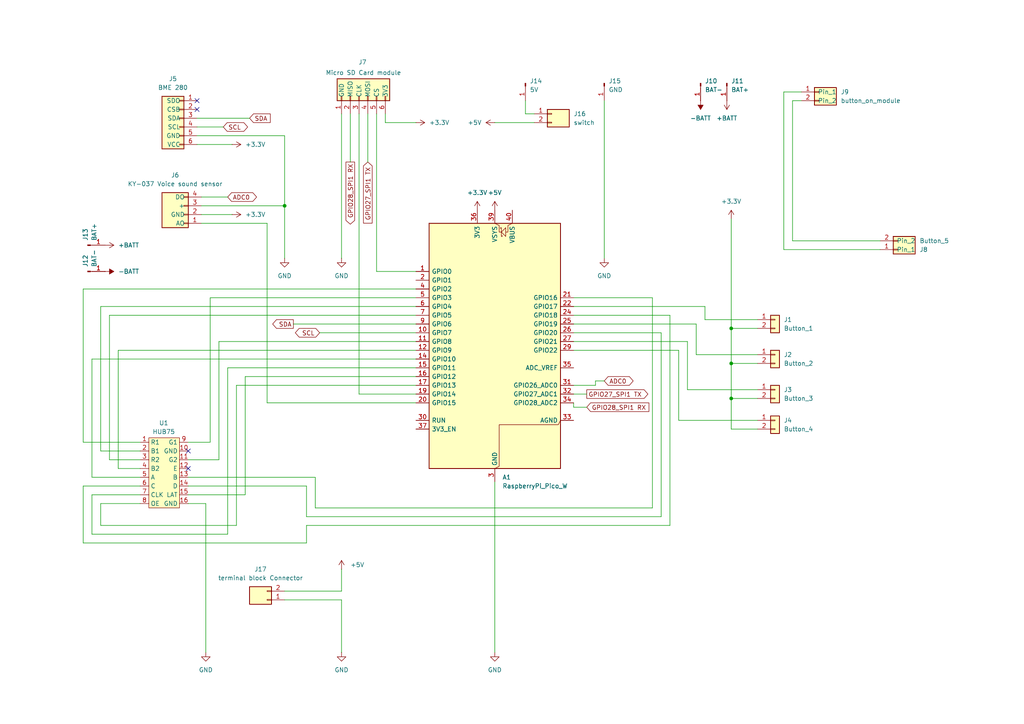
<source format=kicad_sch>
(kicad_sch
	(version 20231120)
	(generator "eeschema")
	(generator_version "8.0")
	(uuid "7420001b-168b-4d95-b0b6-00f55bc9aaa5")
	(paper "A4")
	(lib_symbols
		(symbol "Conn_01x02_1"
			(pin_names
				(offset 1.016)
			)
			(exclude_from_sim no)
			(in_bom yes)
			(on_board yes)
			(property "Reference" "J9"
				(at 6.35 0 0)
				(effects
					(font
						(size 1.27 1.27)
					)
					(justify left)
				)
			)
			(property "Value" "button_module"
				(at 6.35 -2.54 0)
				(effects
					(font
						(size 1.27 1.27)
					)
					(justify left)
				)
			)
			(property "Footprint" "TestPoint:TestPoint_Bridge_Pitch2.54mm_Drill1.0mm"
				(at -1.27 6.35 0)
				(effects
					(font
						(size 1.27 1.27)
					)
					(hide yes)
				)
			)
			(property "Datasheet" "~"
				(at 0 0 0)
				(effects
					(font
						(size 1.27 1.27)
					)
					(hide yes)
				)
			)
			(property "Description" "Generic connector, single row, 01x02, script generated (kicad-library-utils/schlib/autogen/connector/)"
				(at 0 3.81 0)
				(effects
					(font
						(size 1.27 1.27)
					)
					(hide yes)
				)
			)
			(property "ki_keywords" "connector"
				(at 0 0 0)
				(effects
					(font
						(size 1.27 1.27)
					)
					(hide yes)
				)
			)
			(property "ki_fp_filters" "Connector*:*_1x??_*"
				(at 0 0 0)
				(effects
					(font
						(size 1.27 1.27)
					)
					(hide yes)
				)
			)
			(symbol "Conn_01x02_1_1_1"
				(rectangle
					(start -1.27 -2.413)
					(end 0 -2.667)
					(stroke
						(width 0.1524)
						(type default)
					)
					(fill
						(type none)
					)
				)
				(rectangle
					(start -1.27 0.127)
					(end 0 -0.127)
					(stroke
						(width 0.1524)
						(type default)
					)
					(fill
						(type none)
					)
				)
				(rectangle
					(start -1.27 1.27)
					(end 5.08 -3.81)
					(stroke
						(width 0.254)
						(type default)
					)
					(fill
						(type background)
					)
				)
				(pin passive line
					(at -5.08 0 0)
					(length 3.81)
					(name "Pin_1"
						(effects
							(font
								(size 1.27 1.27)
							)
						)
					)
					(number "1"
						(effects
							(font
								(size 1.27 1.27)
							)
						)
					)
				)
				(pin passive line
					(at -5.08 -2.54 0)
					(length 3.81)
					(name "Pin_2"
						(effects
							(font
								(size 1.27 1.27)
							)
						)
					)
					(number "2"
						(effects
							(font
								(size 1.27 1.27)
							)
						)
					)
				)
			)
		)
		(symbol "Conn_01x02_2"
			(pin_names
				(offset 1.016)
			)
			(exclude_from_sim no)
			(in_bom yes)
			(on_board yes)
			(property "Reference" "J8"
				(at 6.35 0 0)
				(effects
					(font
						(size 1.27 1.27)
					)
					(justify left)
				)
			)
			(property "Value" "Button_5"
				(at 6.35 -2.54 0)
				(effects
					(font
						(size 1.27 1.27)
					)
					(justify left)
				)
			)
			(property "Footprint" "TestPoint:TestPoint_Bridge_Pitch2.54mm_Drill1.0mm"
				(at 0 3.81 0)
				(effects
					(font
						(size 1.27 1.27)
					)
					(hide yes)
				)
			)
			(property "Datasheet" "~"
				(at 0 0 0)
				(effects
					(font
						(size 1.27 1.27)
					)
					(hide yes)
				)
			)
			(property "Description" "Generic connector, single row, 01x02, script generated (kicad-library-utils/schlib/autogen/connector/)"
				(at 0 5.08 0)
				(effects
					(font
						(size 1.27 1.27)
					)
					(hide yes)
				)
			)
			(property "ki_keywords" "connector"
				(at 0 0 0)
				(effects
					(font
						(size 1.27 1.27)
					)
					(hide yes)
				)
			)
			(property "ki_fp_filters" "Connector*:*_1x??_*"
				(at 0 0 0)
				(effects
					(font
						(size 1.27 1.27)
					)
					(hide yes)
				)
			)
			(symbol "Conn_01x02_2_1_1"
				(rectangle
					(start -1.27 -2.413)
					(end 0 -2.667)
					(stroke
						(width 0.1524)
						(type default)
					)
					(fill
						(type none)
					)
				)
				(rectangle
					(start -1.27 0.127)
					(end 0 -0.127)
					(stroke
						(width 0.1524)
						(type default)
					)
					(fill
						(type none)
					)
				)
				(rectangle
					(start -1.27 1.27)
					(end 5.08 -3.81)
					(stroke
						(width 0.254)
						(type default)
					)
					(fill
						(type background)
					)
				)
				(pin passive line
					(at -5.08 0 0)
					(length 3.81)
					(name "Pin_1"
						(effects
							(font
								(size 1.27 1.27)
							)
						)
					)
					(number "1"
						(effects
							(font
								(size 1.27 1.27)
							)
						)
					)
				)
				(pin passive line
					(at -5.08 -2.54 0)
					(length 3.81)
					(name "Pin_2"
						(effects
							(font
								(size 1.27 1.27)
							)
						)
					)
					(number "2"
						(effects
							(font
								(size 1.27 1.27)
							)
						)
					)
				)
			)
		)
		(symbol "Conn_01x02_3"
			(pin_names
				(offset 1.016) hide)
			(exclude_from_sim no)
			(in_bom yes)
			(on_board yes)
			(property "Reference" "J9"
				(at 6.35 0 0)
				(effects
					(font
						(size 1.27 1.27)
					)
					(justify left)
				)
			)
			(property "Value" "button_module"
				(at 6.35 -2.54 0)
				(effects
					(font
						(size 1.27 1.27)
					)
					(justify left)
				)
			)
			(property "Footprint" "TestPoint:TestPoint_Bridge_Pitch2.54mm_Drill1.0mm"
				(at -1.27 6.35 0)
				(effects
					(font
						(size 1.27 1.27)
					)
					(hide yes)
				)
			)
			(property "Datasheet" "~"
				(at 0 0 0)
				(effects
					(font
						(size 1.27 1.27)
					)
					(hide yes)
				)
			)
			(property "Description" "Generic connector, single row, 01x02, script generated (kicad-library-utils/schlib/autogen/connector/)"
				(at 0 3.81 0)
				(effects
					(font
						(size 1.27 1.27)
					)
					(hide yes)
				)
			)
			(property "ki_keywords" "connector"
				(at 0 0 0)
				(effects
					(font
						(size 1.27 1.27)
					)
					(hide yes)
				)
			)
			(property "ki_fp_filters" "Connector*:*_1x??_*"
				(at 0 0 0)
				(effects
					(font
						(size 1.27 1.27)
					)
					(hide yes)
				)
			)
			(symbol "Conn_01x02_3_1_1"
				(rectangle
					(start -1.27 -2.413)
					(end 0 -2.667)
					(stroke
						(width 0.1524)
						(type default)
					)
					(fill
						(type none)
					)
				)
				(rectangle
					(start -1.27 0.127)
					(end 0 -0.127)
					(stroke
						(width 0.1524)
						(type default)
					)
					(fill
						(type none)
					)
				)
				(rectangle
					(start -1.27 1.27)
					(end 5.08 -3.81)
					(stroke
						(width 0.254)
						(type default)
					)
					(fill
						(type background)
					)
				)
				(pin passive line
					(at -5.08 0 0)
					(length 3.81)
					(name "Pin_1"
						(effects
							(font
								(size 1.27 1.27)
							)
						)
					)
					(number "1"
						(effects
							(font
								(size 1.27 1.27)
							)
						)
					)
				)
				(pin passive line
					(at -5.08 -2.54 0)
					(length 3.81)
					(name "Pin_2"
						(effects
							(font
								(size 1.27 1.27)
							)
						)
					)
					(number "2"
						(effects
							(font
								(size 1.27 1.27)
							)
						)
					)
				)
			)
		)
		(symbol "Conn_01x06_1"
			(pin_names
				(offset 1.016)
			)
			(exclude_from_sim no)
			(in_bom yes)
			(on_board yes)
			(property "Reference" "J5"
				(at 0 -13.97 0)
				(effects
					(font
						(size 1.27 1.27)
					)
				)
			)
			(property "Value" "BME 280"
				(at 0 -11.43 0)
				(effects
					(font
						(size 1.27 1.27)
					)
				)
			)
			(property "Footprint" "Connector_PinHeader_2.54mm:PinHeader_1x06_P2.54mm_Vertical"
				(at 0 0 0)
				(effects
					(font
						(size 1.27 1.27)
					)
					(hide yes)
				)
			)
			(property "Datasheet" "~"
				(at 0 0 0)
				(effects
					(font
						(size 1.27 1.27)
					)
					(hide yes)
				)
			)
			(property "Description" "Generic connector, single row, 01x06, script generated (kicad-library-utils/schlib/autogen/connector/)"
				(at 0 0 0)
				(effects
					(font
						(size 1.27 1.27)
					)
					(hide yes)
				)
			)
			(property "ki_keywords" "connector"
				(at 0 0 0)
				(effects
					(font
						(size 1.27 1.27)
					)
					(hide yes)
				)
			)
			(property "ki_fp_filters" "Connector*:*_1x??_*"
				(at 0 0 0)
				(effects
					(font
						(size 1.27 1.27)
					)
					(hide yes)
				)
			)
			(symbol "Conn_01x06_1_1_1"
				(rectangle
					(start -5.08 -8.89)
					(end 1.27 6.35)
					(stroke
						(width 0.254)
						(type default)
					)
					(fill
						(type background)
					)
				)
				(rectangle
					(start 0 -7.747)
					(end 1.27 -7.493)
					(stroke
						(width 0.1524)
						(type default)
					)
					(fill
						(type none)
					)
				)
				(rectangle
					(start 0 -5.207)
					(end 1.27 -4.953)
					(stroke
						(width 0.1524)
						(type default)
					)
					(fill
						(type none)
					)
				)
				(rectangle
					(start 0 -2.667)
					(end 1.27 -2.413)
					(stroke
						(width 0.1524)
						(type default)
					)
					(fill
						(type none)
					)
				)
				(rectangle
					(start 0 -0.127)
					(end 1.27 0.127)
					(stroke
						(width 0.1524)
						(type default)
					)
					(fill
						(type none)
					)
				)
				(rectangle
					(start 0 2.413)
					(end 1.27 2.667)
					(stroke
						(width 0.1524)
						(type default)
					)
					(fill
						(type none)
					)
				)
				(rectangle
					(start 0 4.953)
					(end 1.27 5.207)
					(stroke
						(width 0.1524)
						(type default)
					)
					(fill
						(type none)
					)
				)
				(pin passive line
					(at 5.08 5.08 180)
					(length 3.81)
					(name "SDO"
						(effects
							(font
								(size 1.27 1.27)
							)
						)
					)
					(number "1"
						(effects
							(font
								(size 1.27 1.27)
							)
						)
					)
				)
				(pin passive line
					(at 5.08 2.54 180)
					(length 3.81)
					(name "CSB"
						(effects
							(font
								(size 1.27 1.27)
							)
						)
					)
					(number "2"
						(effects
							(font
								(size 1.27 1.27)
							)
						)
					)
				)
				(pin passive line
					(at 5.08 0 180)
					(length 3.81)
					(name "SDA"
						(effects
							(font
								(size 1.27 1.27)
							)
						)
					)
					(number "3"
						(effects
							(font
								(size 1.27 1.27)
							)
						)
					)
				)
				(pin passive line
					(at 5.08 -2.54 180)
					(length 3.81)
					(name "SCL"
						(effects
							(font
								(size 1.27 1.27)
							)
						)
					)
					(number "4"
						(effects
							(font
								(size 1.27 1.27)
							)
						)
					)
				)
				(pin passive line
					(at 5.08 -5.08 180)
					(length 3.81)
					(name "GND"
						(effects
							(font
								(size 1.27 1.27)
							)
						)
					)
					(number "5"
						(effects
							(font
								(size 1.27 1.27)
							)
						)
					)
				)
				(pin passive line
					(at 5.08 -7.62 180)
					(length 3.81)
					(name "VCC"
						(effects
							(font
								(size 1.27 1.27)
							)
						)
					)
					(number "6"
						(effects
							(font
								(size 1.27 1.27)
							)
						)
					)
				)
			)
		)
		(symbol "Connector:Conn_01x01_Pin"
			(pin_names
				(offset 1.016) hide)
			(exclude_from_sim no)
			(in_bom yes)
			(on_board yes)
			(property "Reference" "J"
				(at 0 2.54 0)
				(effects
					(font
						(size 1.27 1.27)
					)
				)
			)
			(property "Value" "Conn_01x01_Pin"
				(at 0 -2.54 0)
				(effects
					(font
						(size 1.27 1.27)
					)
				)
			)
			(property "Footprint" ""
				(at 0 0 0)
				(effects
					(font
						(size 1.27 1.27)
					)
					(hide yes)
				)
			)
			(property "Datasheet" "~"
				(at 0 0 0)
				(effects
					(font
						(size 1.27 1.27)
					)
					(hide yes)
				)
			)
			(property "Description" "Generic connector, single row, 01x01, script generated"
				(at 0 0 0)
				(effects
					(font
						(size 1.27 1.27)
					)
					(hide yes)
				)
			)
			(property "ki_locked" ""
				(at 0 0 0)
				(effects
					(font
						(size 1.27 1.27)
					)
				)
			)
			(property "ki_keywords" "connector"
				(at 0 0 0)
				(effects
					(font
						(size 1.27 1.27)
					)
					(hide yes)
				)
			)
			(property "ki_fp_filters" "Connector*:*_1x??_*"
				(at 0 0 0)
				(effects
					(font
						(size 1.27 1.27)
					)
					(hide yes)
				)
			)
			(symbol "Conn_01x01_Pin_1_1"
				(polyline
					(pts
						(xy 1.27 0) (xy 0.8636 0)
					)
					(stroke
						(width 0.1524)
						(type default)
					)
					(fill
						(type none)
					)
				)
				(rectangle
					(start 0.8636 0.127)
					(end 0 -0.127)
					(stroke
						(width 0.1524)
						(type default)
					)
					(fill
						(type outline)
					)
				)
				(pin passive line
					(at 5.08 0 180)
					(length 3.81)
					(name "Pin_1"
						(effects
							(font
								(size 1.27 1.27)
							)
						)
					)
					(number "1"
						(effects
							(font
								(size 1.27 1.27)
							)
						)
					)
				)
			)
		)
		(symbol "Connector_Generic:Conn_01x02"
			(pin_names
				(offset 1.016) hide)
			(exclude_from_sim no)
			(in_bom yes)
			(on_board yes)
			(property "Reference" "J"
				(at 0 2.54 0)
				(effects
					(font
						(size 1.27 1.27)
					)
				)
			)
			(property "Value" "Conn_01x02"
				(at 0 -5.08 0)
				(effects
					(font
						(size 1.27 1.27)
					)
				)
			)
			(property "Footprint" ""
				(at 0 0 0)
				(effects
					(font
						(size 1.27 1.27)
					)
					(hide yes)
				)
			)
			(property "Datasheet" "~"
				(at 0 0 0)
				(effects
					(font
						(size 1.27 1.27)
					)
					(hide yes)
				)
			)
			(property "Description" "Generic connector, single row, 01x02, script generated (kicad-library-utils/schlib/autogen/connector/)"
				(at 0 0 0)
				(effects
					(font
						(size 1.27 1.27)
					)
					(hide yes)
				)
			)
			(property "ki_keywords" "connector"
				(at 0 0 0)
				(effects
					(font
						(size 1.27 1.27)
					)
					(hide yes)
				)
			)
			(property "ki_fp_filters" "Connector*:*_1x??_*"
				(at 0 0 0)
				(effects
					(font
						(size 1.27 1.27)
					)
					(hide yes)
				)
			)
			(symbol "Conn_01x02_1_1"
				(rectangle
					(start -1.27 -2.413)
					(end 0 -2.667)
					(stroke
						(width 0.1524)
						(type default)
					)
					(fill
						(type none)
					)
				)
				(rectangle
					(start -1.27 0.127)
					(end 0 -0.127)
					(stroke
						(width 0.1524)
						(type default)
					)
					(fill
						(type none)
					)
				)
				(rectangle
					(start -1.27 1.27)
					(end 1.27 -3.81)
					(stroke
						(width 0.254)
						(type default)
					)
					(fill
						(type background)
					)
				)
				(pin passive line
					(at -5.08 0 0)
					(length 3.81)
					(name "Pin_1"
						(effects
							(font
								(size 1.27 1.27)
							)
						)
					)
					(number "1"
						(effects
							(font
								(size 1.27 1.27)
							)
						)
					)
				)
				(pin passive line
					(at -5.08 -2.54 0)
					(length 3.81)
					(name "Pin_2"
						(effects
							(font
								(size 1.27 1.27)
							)
						)
					)
					(number "2"
						(effects
							(font
								(size 1.27 1.27)
							)
						)
					)
				)
			)
		)
		(symbol "Connector_Generic:Conn_01x04"
			(pin_names
				(offset 1.016)
			)
			(exclude_from_sim no)
			(in_bom yes)
			(on_board yes)
			(property "Reference" "J6"
				(at 2.54 -11.43 0)
				(effects
					(font
						(size 1.27 1.27)
					)
				)
			)
			(property "Value" "KY-037 Voice sound sensor"
				(at 2.54 -8.89 0)
				(effects
					(font
						(size 1.27 1.27)
					)
				)
			)
			(property "Footprint" "Connector_PinHeader_2.54mm:PinHeader_1x04_P2.54mm_Vertical"
				(at 0 0 0)
				(effects
					(font
						(size 1.27 1.27)
					)
					(hide yes)
				)
			)
			(property "Datasheet" "~"
				(at 0 0 0)
				(effects
					(font
						(size 1.27 1.27)
					)
					(hide yes)
				)
			)
			(property "Description" "Generic connector, single row, 01x04, script generated (kicad-library-utils/schlib/autogen/connector/)"
				(at 0 0 0)
				(effects
					(font
						(size 1.27 1.27)
					)
					(hide yes)
				)
			)
			(property "ki_keywords" "connector"
				(at 0 0 0)
				(effects
					(font
						(size 1.27 1.27)
					)
					(hide yes)
				)
			)
			(property "ki_fp_filters" "Connector*:*_1x??_*"
				(at 0 0 0)
				(effects
					(font
						(size 1.27 1.27)
					)
					(hide yes)
				)
			)
			(symbol "Conn_01x04_1_1"
				(rectangle
					(start -1.27 -4.953)
					(end 0 -5.207)
					(stroke
						(width 0.1524)
						(type default)
					)
					(fill
						(type none)
					)
				)
				(rectangle
					(start -1.27 -2.413)
					(end 0 -2.667)
					(stroke
						(width 0.1524)
						(type default)
					)
					(fill
						(type none)
					)
				)
				(rectangle
					(start -1.27 0.127)
					(end 0 -0.127)
					(stroke
						(width 0.1524)
						(type default)
					)
					(fill
						(type none)
					)
				)
				(rectangle
					(start -1.27 2.667)
					(end 0 2.413)
					(stroke
						(width 0.1524)
						(type default)
					)
					(fill
						(type none)
					)
				)
				(rectangle
					(start -1.27 3.81)
					(end 6.35 -6.35)
					(stroke
						(width 0.254)
						(type default)
					)
					(fill
						(type background)
					)
				)
				(pin passive line
					(at -5.08 2.54 0)
					(length 3.81)
					(name "AO"
						(effects
							(font
								(size 1.27 1.27)
							)
						)
					)
					(number "1"
						(effects
							(font
								(size 1.27 1.27)
							)
						)
					)
				)
				(pin passive line
					(at -5.08 0 0)
					(length 3.81)
					(name "GND"
						(effects
							(font
								(size 1.27 1.27)
							)
						)
					)
					(number "2"
						(effects
							(font
								(size 1.27 1.27)
							)
						)
					)
				)
				(pin passive line
					(at -5.08 -2.54 0)
					(length 3.81)
					(name "+"
						(effects
							(font
								(size 1.27 1.27)
							)
						)
					)
					(number "3"
						(effects
							(font
								(size 1.27 1.27)
							)
						)
					)
				)
				(pin passive line
					(at -5.08 -5.08 0)
					(length 3.81)
					(name "DO"
						(effects
							(font
								(size 1.27 1.27)
							)
						)
					)
					(number "4"
						(effects
							(font
								(size 1.27 1.27)
							)
						)
					)
				)
			)
		)
		(symbol "Connector_Generic:Conn_01x06"
			(pin_names
				(offset 1.016)
			)
			(exclude_from_sim no)
			(in_bom yes)
			(on_board yes)
			(property "Reference" "J7"
				(at 6.35 -1.27 90)
				(effects
					(font
						(size 1.27 1.27)
					)
				)
			)
			(property "Value" "Micro SD Card module"
				(at 3.81 -1.27 90)
				(effects
					(font
						(size 1.27 1.27)
					)
				)
			)
			(property "Footprint" "TerminalBlock_TE-Connectivity:TerminalBlock_TE_282834-6_1x06_P2.54mm_Horizontal"
				(at 0 0 0)
				(effects
					(font
						(size 1.27 1.27)
					)
					(hide yes)
				)
			)
			(property "Datasheet" "~"
				(at 0 0 0)
				(effects
					(font
						(size 1.27 1.27)
					)
					(hide yes)
				)
			)
			(property "Description" "Generic connector, single row, 01x06, script generated (kicad-library-utils/schlib/autogen/connector/)"
				(at 0 0 0)
				(effects
					(font
						(size 1.27 1.27)
					)
					(hide yes)
				)
			)
			(property "ki_keywords" "connector"
				(at 0 0 0)
				(effects
					(font
						(size 1.27 1.27)
					)
					(hide yes)
				)
			)
			(property "ki_fp_filters" "Connector*:*_1x??_*"
				(at 0 0 0)
				(effects
					(font
						(size 1.27 1.27)
					)
					(hide yes)
				)
			)
			(symbol "Conn_01x06_1_1"
				(rectangle
					(start -1.27 -7.493)
					(end 0 -7.747)
					(stroke
						(width 0.1524)
						(type default)
					)
					(fill
						(type none)
					)
				)
				(rectangle
					(start -1.27 -4.953)
					(end 0 -5.207)
					(stroke
						(width 0.1524)
						(type default)
					)
					(fill
						(type none)
					)
				)
				(rectangle
					(start -1.27 -2.413)
					(end 0 -2.667)
					(stroke
						(width 0.1524)
						(type default)
					)
					(fill
						(type none)
					)
				)
				(rectangle
					(start -1.27 0.127)
					(end 0 -0.127)
					(stroke
						(width 0.1524)
						(type default)
					)
					(fill
						(type none)
					)
				)
				(rectangle
					(start -1.27 2.667)
					(end 0 2.413)
					(stroke
						(width 0.1524)
						(type default)
					)
					(fill
						(type none)
					)
				)
				(rectangle
					(start -1.27 5.207)
					(end 0 4.953)
					(stroke
						(width 0.1524)
						(type default)
					)
					(fill
						(type none)
					)
				)
				(rectangle
					(start -1.27 6.35)
					(end 5.08 -8.89)
					(stroke
						(width 0.254)
						(type default)
					)
					(fill
						(type background)
					)
				)
				(pin passive line
					(at -5.08 5.08 0)
					(length 3.81)
					(name "GND"
						(effects
							(font
								(size 1.27 1.27)
							)
						)
					)
					(number "1"
						(effects
							(font
								(size 1.27 1.27)
							)
						)
					)
				)
				(pin passive line
					(at -5.08 2.54 0)
					(length 3.81)
					(name "MISO"
						(effects
							(font
								(size 1.27 1.27)
							)
						)
					)
					(number "2"
						(effects
							(font
								(size 1.27 1.27)
							)
						)
					)
				)
				(pin passive line
					(at -5.08 0 0)
					(length 3.81)
					(name "CLK"
						(effects
							(font
								(size 1.27 1.27)
							)
						)
					)
					(number "3"
						(effects
							(font
								(size 1.27 1.27)
							)
						)
					)
				)
				(pin passive line
					(at -5.08 -2.54 0)
					(length 3.81)
					(name "MOSI"
						(effects
							(font
								(size 1.27 1.27)
							)
						)
					)
					(number "4"
						(effects
							(font
								(size 1.27 1.27)
							)
						)
					)
				)
				(pin passive line
					(at -5.08 -5.08 0)
					(length 3.81)
					(name "CS"
						(effects
							(font
								(size 1.27 1.27)
							)
						)
					)
					(number "5"
						(effects
							(font
								(size 1.27 1.27)
							)
						)
					)
				)
				(pin passive line
					(at -5.08 -7.62 0)
					(length 3.81)
					(name "3V3"
						(effects
							(font
								(size 1.27 1.27)
							)
						)
					)
					(number "6"
						(effects
							(font
								(size 1.27 1.27)
							)
						)
					)
				)
			)
		)
		(symbol "MCU_Module_RaspberryPi_Pico:RaspberryPi_Pico_W"
			(pin_names
				(offset 0.762)
			)
			(exclude_from_sim no)
			(in_bom yes)
			(on_board yes)
			(property "Reference" "A"
				(at -19.05 38.1 0)
				(effects
					(font
						(size 1.27 1.27)
					)
					(justify left)
				)
			)
			(property "Value" "RaspberryPi_Pico_W"
				(at 7.62 38.1 0)
				(effects
					(font
						(size 1.27 1.27)
					)
					(justify left)
				)
			)
			(property "Footprint" "Module_RaspberryPi_Pico:RaspberryPi_Pico_Common"
				(at 0 -49.53 0)
				(effects
					(font
						(size 1.27 1.27)
					)
					(hide yes)
				)
			)
			(property "Datasheet" "https://datasheets.raspberrypi.com/picow/pico-w-datasheet.pdf"
				(at 0 -52.07 0)
				(effects
					(font
						(size 1.27 1.27)
					)
					(hide yes)
				)
			)
			(property "Description" "Versatile and inexpensive wireless microcontroller module powered by RP2040 dual-core Arm Cortex-M0+ processor up to 133 MHz, 264kB SRAM, 2MB QSPI flash, Infineon CYW43439 2.4GHz 802.11n wireless LAN"
				(at 0 -54.61 0)
				(effects
					(font
						(size 1.27 1.27)
					)
					(hide yes)
				)
			)
			(property "ki_keywords" "Raspberry Pi Pico microcontroller module RP2040 M0+ usb CYW43439 wireless wifi bluetooth"
				(at 0 0 0)
				(effects
					(font
						(size 1.27 1.27)
					)
					(hide yes)
				)
			)
			(property "ki_fp_filters" "RaspberryPi?Pico?Common* RaspberryPi?Pico?W*"
				(at 0 0 0)
				(effects
					(font
						(size 1.27 1.27)
					)
					(hide yes)
				)
			)
			(symbol "RaspberryPi_Pico_W_0_1"
				(rectangle
					(start -19.05 36.83)
					(end 19.05 -34.29)
					(stroke
						(width 0.254)
						(type default)
					)
					(fill
						(type background)
					)
				)
				(polyline
					(pts
						(xy 0 36.83) (xy 1.27 36.195) (xy 1.27 34.29) (xy 1.905 34.29)
					)
					(stroke
						(width 0)
						(type default)
					)
					(fill
						(type none)
					)
				)
				(polyline
					(pts
						(xy 1.905 34.29) (xy 3.175 35.56) (xy 3.175 33.02) (xy 1.905 34.29)
					)
					(stroke
						(width 0)
						(type default)
					)
					(fill
						(type none)
					)
				)
				(polyline
					(pts
						(xy 5.08 36.83) (xy 3.81 36.195) (xy 3.81 34.29) (xy 3.175 34.29)
					)
					(stroke
						(width 0)
						(type default)
					)
					(fill
						(type none)
					)
				)
				(polyline
					(pts
						(xy 0 -34.29) (xy 1.27 -33.655) (xy 1.27 -21.59) (xy 18.415 -21.59) (xy 19.05 -20.32)
					)
					(stroke
						(width 0)
						(type default)
					)
					(fill
						(type none)
					)
				)
				(polyline
					(pts
						(xy 1.651 35.306) (xy 1.651 35.56) (xy 1.905 35.56) (xy 1.905 33.02) (xy 2.159 33.02) (xy 2.159 33.274)
					)
					(stroke
						(width 0)
						(type default)
					)
					(fill
						(type none)
					)
				)
			)
			(symbol "RaspberryPi_Pico_W_1_1"
				(pin bidirectional line
					(at -22.86 22.86 0)
					(length 3.81)
					(name "GPIO0"
						(effects
							(font
								(size 1.27 1.27)
							)
						)
					)
					(number "1"
						(effects
							(font
								(size 1.27 1.27)
							)
						)
					)
					(alternate "I2C0_SDA" bidirectional line)
					(alternate "PWM0_A" output line)
					(alternate "SPI0_RX" input line)
					(alternate "UART0_TX" output line)
					(alternate "USB_OVCUR_DET" input line)
				)
				(pin bidirectional line
					(at -22.86 5.08 0)
					(length 3.81)
					(name "GPIO7"
						(effects
							(font
								(size 1.27 1.27)
							)
						)
					)
					(number "10"
						(effects
							(font
								(size 1.27 1.27)
							)
						)
					)
					(alternate "I2C1_SCL" bidirectional clock)
					(alternate "PWM3_B" bidirectional line)
					(alternate "SPI0_TX" output line)
					(alternate "UART1_RTS" output line)
					(alternate "USB_VBUS_DET" input line)
				)
				(pin bidirectional line
					(at -22.86 2.54 0)
					(length 3.81)
					(name "GPIO8"
						(effects
							(font
								(size 1.27 1.27)
							)
						)
					)
					(number "11"
						(effects
							(font
								(size 1.27 1.27)
							)
						)
					)
					(alternate "I2C0_SDA" bidirectional line)
					(alternate "PWM4_A" output line)
					(alternate "SPI1_RX" input line)
					(alternate "UART1_TX" output line)
					(alternate "USB_VBUS_EN" output line)
				)
				(pin bidirectional line
					(at -22.86 0 0)
					(length 3.81)
					(name "GPIO9"
						(effects
							(font
								(size 1.27 1.27)
							)
						)
					)
					(number "12"
						(effects
							(font
								(size 1.27 1.27)
							)
						)
					)
					(alternate "I2C0_SCL" bidirectional clock)
					(alternate "PWM4_B" bidirectional line)
					(alternate "UART1_RX" input line)
					(alternate "USB_OVCUR_DET" input line)
					(alternate "~{SPI1_CSn}" bidirectional line)
				)
				(pin passive line
					(at 0 -38.1 90)
					(length 3.81) hide
					(name "GND"
						(effects
							(font
								(size 1.27 1.27)
							)
						)
					)
					(number "13"
						(effects
							(font
								(size 1.27 1.27)
							)
						)
					)
				)
				(pin bidirectional line
					(at -22.86 -2.54 0)
					(length 3.81)
					(name "GPIO10"
						(effects
							(font
								(size 1.27 1.27)
							)
						)
					)
					(number "14"
						(effects
							(font
								(size 1.27 1.27)
							)
						)
					)
					(alternate "I2C1_SDA" bidirectional line)
					(alternate "PWM5_A" output line)
					(alternate "SPI1_SCK" bidirectional clock)
					(alternate "UART1_CTS" input line)
					(alternate "USB_VBUS_DET" input line)
				)
				(pin bidirectional line
					(at -22.86 -5.08 0)
					(length 3.81)
					(name "GPIO11"
						(effects
							(font
								(size 1.27 1.27)
							)
						)
					)
					(number "15"
						(effects
							(font
								(size 1.27 1.27)
							)
						)
					)
					(alternate "I2C1_SCL" bidirectional clock)
					(alternate "PWM5_B" bidirectional line)
					(alternate "SPI1_TX" output line)
					(alternate "UART1_RTS" output line)
					(alternate "USB_VBUS_EN" output line)
				)
				(pin bidirectional line
					(at -22.86 -7.62 0)
					(length 3.81)
					(name "GPIO12"
						(effects
							(font
								(size 1.27 1.27)
							)
						)
					)
					(number "16"
						(effects
							(font
								(size 1.27 1.27)
							)
						)
					)
					(alternate "I2C0_SDA" bidirectional line)
					(alternate "PWM6_A" output line)
					(alternate "SPI1_RX" input line)
					(alternate "UART0_TX" output line)
					(alternate "USB_OVCUR_DET" input line)
				)
				(pin bidirectional line
					(at -22.86 -10.16 0)
					(length 3.81)
					(name "GPIO13"
						(effects
							(font
								(size 1.27 1.27)
							)
						)
					)
					(number "17"
						(effects
							(font
								(size 1.27 1.27)
							)
						)
					)
					(alternate "I2C0_SCL" bidirectional clock)
					(alternate "PWM6_B" bidirectional line)
					(alternate "UART0_RX" input line)
					(alternate "USB_VBUS_DET" input line)
					(alternate "~{SPI1_CSn}" bidirectional line)
				)
				(pin passive line
					(at 0 -38.1 90)
					(length 3.81) hide
					(name "GND"
						(effects
							(font
								(size 1.27 1.27)
							)
						)
					)
					(number "18"
						(effects
							(font
								(size 1.27 1.27)
							)
						)
					)
				)
				(pin bidirectional line
					(at -22.86 -12.7 0)
					(length 3.81)
					(name "GPIO14"
						(effects
							(font
								(size 1.27 1.27)
							)
						)
					)
					(number "19"
						(effects
							(font
								(size 1.27 1.27)
							)
						)
					)
					(alternate "I2C1_SDA" bidirectional line)
					(alternate "PWM7_A" output line)
					(alternate "SPI1_SCK" bidirectional clock)
					(alternate "UART0_CTS" input line)
					(alternate "USB_VBUS_EN" output line)
				)
				(pin bidirectional line
					(at -22.86 20.32 0)
					(length 3.81)
					(name "GPIO1"
						(effects
							(font
								(size 1.27 1.27)
							)
						)
					)
					(number "2"
						(effects
							(font
								(size 1.27 1.27)
							)
						)
					)
					(alternate "I2C0_SCL" bidirectional clock)
					(alternate "PWM0_B" bidirectional line)
					(alternate "UART0_RX" input line)
					(alternate "USB_VBUS_DET" passive line)
					(alternate "~{SPI0_CSn}" bidirectional line)
				)
				(pin bidirectional line
					(at -22.86 -15.24 0)
					(length 3.81)
					(name "GPIO15"
						(effects
							(font
								(size 1.27 1.27)
							)
						)
					)
					(number "20"
						(effects
							(font
								(size 1.27 1.27)
							)
						)
					)
					(alternate "I2C1_SCL" bidirectional clock)
					(alternate "PWM7_B" bidirectional line)
					(alternate "SPI1_TX" output line)
					(alternate "UART0_RTS" output line)
					(alternate "USB_OVCUR_DET" input line)
				)
				(pin bidirectional line
					(at 22.86 15.24 180)
					(length 3.81)
					(name "GPIO16"
						(effects
							(font
								(size 1.27 1.27)
							)
						)
					)
					(number "21"
						(effects
							(font
								(size 1.27 1.27)
							)
						)
					)
					(alternate "I2C0_SDA" bidirectional line)
					(alternate "PWM0_A" output line)
					(alternate "SPI0_RX" input line)
					(alternate "UART0_TX" output line)
					(alternate "USB_VBUS_DET" input line)
				)
				(pin bidirectional line
					(at 22.86 12.7 180)
					(length 3.81)
					(name "GPIO17"
						(effects
							(font
								(size 1.27 1.27)
							)
						)
					)
					(number "22"
						(effects
							(font
								(size 1.27 1.27)
							)
						)
					)
					(alternate "I2C0_SCL" bidirectional clock)
					(alternate "PWM0_B" bidirectional line)
					(alternate "UART0_RX" input line)
					(alternate "USB_VBUS_EN" output line)
					(alternate "~{SPI0_CSn}" bidirectional line)
				)
				(pin passive line
					(at 0 -38.1 90)
					(length 3.81) hide
					(name "GND"
						(effects
							(font
								(size 1.27 1.27)
							)
						)
					)
					(number "23"
						(effects
							(font
								(size 1.27 1.27)
							)
						)
					)
				)
				(pin bidirectional line
					(at 22.86 10.16 180)
					(length 3.81)
					(name "GPIO18"
						(effects
							(font
								(size 1.27 1.27)
							)
						)
					)
					(number "24"
						(effects
							(font
								(size 1.27 1.27)
							)
						)
					)
					(alternate "I2C1_SDA" bidirectional line)
					(alternate "PWM1_A" output line)
					(alternate "SPI0_SCK" bidirectional clock)
					(alternate "UART0_CTS" input line)
					(alternate "USB_OVCUR_DET" input line)
				)
				(pin bidirectional line
					(at 22.86 7.62 180)
					(length 3.81)
					(name "GPIO19"
						(effects
							(font
								(size 1.27 1.27)
							)
						)
					)
					(number "25"
						(effects
							(font
								(size 1.27 1.27)
							)
						)
					)
					(alternate "I2C1_SCL" bidirectional clock)
					(alternate "PWM1_B" bidirectional line)
					(alternate "SPI0_TX" output line)
					(alternate "UART0_RTS" output line)
					(alternate "USB_VBUS_DET" input line)
				)
				(pin bidirectional line
					(at 22.86 5.08 180)
					(length 3.81)
					(name "GPIO20"
						(effects
							(font
								(size 1.27 1.27)
							)
						)
					)
					(number "26"
						(effects
							(font
								(size 1.27 1.27)
							)
						)
					)
					(alternate "CLOCK_GPIN0" input clock)
					(alternate "I2C0_SDA" bidirectional line)
					(alternate "PWM2_A" output line)
					(alternate "SPI0_RX" input line)
					(alternate "UART1_TX" output line)
					(alternate "USB_VBUS_EN" output line)
				)
				(pin bidirectional line
					(at 22.86 2.54 180)
					(length 3.81)
					(name "GPIO21"
						(effects
							(font
								(size 1.27 1.27)
							)
						)
					)
					(number "27"
						(effects
							(font
								(size 1.27 1.27)
							)
						)
					)
					(alternate "CLOCK_GPOUT0" output clock)
					(alternate "I2C0_SCL" bidirectional clock)
					(alternate "PWM2_B" bidirectional line)
					(alternate "UART1_RX" input line)
					(alternate "USB_OVCUR_DET" input line)
					(alternate "~{SPI0_CSn}" bidirectional line)
				)
				(pin passive line
					(at 0 -38.1 90)
					(length 3.81) hide
					(name "GND"
						(effects
							(font
								(size 1.27 1.27)
							)
						)
					)
					(number "28"
						(effects
							(font
								(size 1.27 1.27)
							)
						)
					)
				)
				(pin bidirectional line
					(at 22.86 0 180)
					(length 3.81)
					(name "GPIO22"
						(effects
							(font
								(size 1.27 1.27)
							)
						)
					)
					(number "29"
						(effects
							(font
								(size 1.27 1.27)
							)
						)
					)
					(alternate "CLOCK_GPIN1" input clock)
					(alternate "I2C1_SDA" bidirectional line)
					(alternate "PWM3_A" output line)
					(alternate "SPI0_SCK" bidirectional clock)
					(alternate "UART1_CTS" input line)
					(alternate "USB_VBUS_DET" input line)
				)
				(pin power_out line
					(at 0 -38.1 90)
					(length 3.81)
					(name "GND"
						(effects
							(font
								(size 1.27 1.27)
							)
						)
					)
					(number "3"
						(effects
							(font
								(size 1.27 1.27)
							)
						)
					)
					(alternate "GND_IN" power_in line)
				)
				(pin input line
					(at -22.86 -20.32 0)
					(length 3.81)
					(name "RUN"
						(effects
							(font
								(size 1.27 1.27)
							)
						)
					)
					(number "30"
						(effects
							(font
								(size 1.27 1.27)
							)
						)
					)
					(alternate "~{RESET}" input line)
				)
				(pin bidirectional line
					(at 22.86 -10.16 180)
					(length 3.81)
					(name "GPIO26_ADC0"
						(effects
							(font
								(size 1.27 1.27)
							)
						)
					)
					(number "31"
						(effects
							(font
								(size 1.27 1.27)
							)
						)
					)
					(alternate "ADC0" input line)
					(alternate "GPIO26" bidirectional line)
					(alternate "I2C1_SDA" bidirectional line)
					(alternate "PWM5_A" output line)
					(alternate "SPI1_SCK" bidirectional clock)
					(alternate "UART1_CTS" input line)
					(alternate "USB_VBUS_EN" output line)
				)
				(pin bidirectional line
					(at 22.86 -12.7 180)
					(length 3.81)
					(name "GPIO27_ADC1"
						(effects
							(font
								(size 1.27 1.27)
							)
						)
					)
					(number "32"
						(effects
							(font
								(size 1.27 1.27)
							)
						)
					)
					(alternate "ADC1" input line)
					(alternate "GPIO27" bidirectional line)
					(alternate "I2C1_SCL" bidirectional clock)
					(alternate "PWM5_B" bidirectional line)
					(alternate "SPI1_TX" output line)
					(alternate "UART1_RTS" output line)
					(alternate "USB_OVCUR_DET" input line)
				)
				(pin power_out line
					(at 22.86 -20.32 180)
					(length 3.81)
					(name "AGND"
						(effects
							(font
								(size 1.27 1.27)
							)
						)
					)
					(number "33"
						(effects
							(font
								(size 1.27 1.27)
							)
						)
					)
					(alternate "GND" passive line)
				)
				(pin bidirectional line
					(at 22.86 -15.24 180)
					(length 3.81)
					(name "GPIO28_ADC2"
						(effects
							(font
								(size 1.27 1.27)
							)
						)
					)
					(number "34"
						(effects
							(font
								(size 1.27 1.27)
							)
						)
					)
					(alternate "ADC2" input line)
					(alternate "GPIO28" bidirectional line)
					(alternate "I2C0_SDA" bidirectional line)
					(alternate "PWM6_A" output line)
					(alternate "SPI1_RX" input line)
					(alternate "UART0_TX" output line)
					(alternate "USB_VBUS_DET" input line)
				)
				(pin power_in line
					(at 22.86 -5.08 180)
					(length 3.81)
					(name "ADC_VREF"
						(effects
							(font
								(size 1.27 1.27)
							)
						)
					)
					(number "35"
						(effects
							(font
								(size 1.27 1.27)
							)
						)
					)
				)
				(pin power_out line
					(at -5.08 40.64 270)
					(length 3.81)
					(name "3V3"
						(effects
							(font
								(size 1.27 1.27)
							)
						)
					)
					(number "36"
						(effects
							(font
								(size 1.27 1.27)
							)
						)
					)
				)
				(pin input line
					(at -22.86 -22.86 0)
					(length 3.81)
					(name "3V3_EN"
						(effects
							(font
								(size 1.27 1.27)
							)
						)
					)
					(number "37"
						(effects
							(font
								(size 1.27 1.27)
							)
						)
					)
					(alternate "~{3V3_DISABLE}" input line)
				)
				(pin passive line
					(at 0 -38.1 90)
					(length 3.81) hide
					(name "GND"
						(effects
							(font
								(size 1.27 1.27)
							)
						)
					)
					(number "38"
						(effects
							(font
								(size 1.27 1.27)
							)
						)
					)
				)
				(pin power_in line
					(at 0 40.64 270)
					(length 3.81)
					(name "VSYS"
						(effects
							(font
								(size 1.27 1.27)
							)
						)
					)
					(number "39"
						(effects
							(font
								(size 1.27 1.27)
							)
						)
					)
					(alternate "VSYS_IN" power_in line)
					(alternate "VSYS_OUT" power_out line)
				)
				(pin bidirectional line
					(at -22.86 17.78 0)
					(length 3.81)
					(name "GPIO2"
						(effects
							(font
								(size 1.27 1.27)
							)
						)
					)
					(number "4"
						(effects
							(font
								(size 1.27 1.27)
							)
						)
					)
					(alternate "I2C1_SDA" bidirectional line)
					(alternate "PWM1_A" output line)
					(alternate "SPI0_SCK" bidirectional clock)
					(alternate "UART0_CTS" input line)
					(alternate "USB_VBUS_DET" input line)
				)
				(pin power_out line
					(at 5.08 40.64 270)
					(length 3.81)
					(name "VBUS"
						(effects
							(font
								(size 1.27 1.27)
							)
						)
					)
					(number "40"
						(effects
							(font
								(size 1.27 1.27)
							)
						)
					)
					(alternate "VBUS_HOST" power_in line)
				)
				(pin bidirectional line
					(at -22.86 15.24 0)
					(length 3.81)
					(name "GPIO3"
						(effects
							(font
								(size 1.27 1.27)
							)
						)
					)
					(number "5"
						(effects
							(font
								(size 1.27 1.27)
							)
						)
					)
					(alternate "I2C1_SCL" bidirectional clock)
					(alternate "PWM1_B" bidirectional line)
					(alternate "SPI0_TX" output line)
					(alternate "UART0_RTS" output line)
					(alternate "USB_OVCUR_DET" input line)
				)
				(pin bidirectional line
					(at -22.86 12.7 0)
					(length 3.81)
					(name "GPIO4"
						(effects
							(font
								(size 1.27 1.27)
							)
						)
					)
					(number "6"
						(effects
							(font
								(size 1.27 1.27)
							)
						)
					)
					(alternate "I2C0_SDA" bidirectional line)
					(alternate "PWM2_A" output line)
					(alternate "SPI0_RX" input line)
					(alternate "UART1_TX" output line)
					(alternate "USB_VBUS_DET" input line)
				)
				(pin bidirectional line
					(at -22.86 10.16 0)
					(length 3.81)
					(name "GPIO5"
						(effects
							(font
								(size 1.27 1.27)
							)
						)
					)
					(number "7"
						(effects
							(font
								(size 1.27 1.27)
							)
						)
					)
					(alternate "I2C0_SCL" bidirectional clock)
					(alternate "PWM2_B" bidirectional line)
					(alternate "UART1_RX" input line)
					(alternate "USB_VBUS_EN" output line)
					(alternate "~{SPI0_CSn}" bidirectional line)
				)
				(pin passive line
					(at 0 -38.1 90)
					(length 3.81) hide
					(name "GND"
						(effects
							(font
								(size 1.27 1.27)
							)
						)
					)
					(number "8"
						(effects
							(font
								(size 1.27 1.27)
							)
						)
					)
				)
				(pin bidirectional line
					(at -22.86 7.62 0)
					(length 3.81)
					(name "GPIO6"
						(effects
							(font
								(size 1.27 1.27)
							)
						)
					)
					(number "9"
						(effects
							(font
								(size 1.27 1.27)
							)
						)
					)
					(alternate "I2C1_SDA" bidirectional line)
					(alternate "PWM3_A" output line)
					(alternate "SPI0_SCK" bidirectional clock)
					(alternate "UART1_CTS" input line)
					(alternate "USB_OVCUR_DET" input line)
				)
			)
		)
		(symbol "My_Library:hub75"
			(exclude_from_sim no)
			(in_bom yes)
			(on_board yes)
			(property "Reference" "U"
				(at 0 0 0)
				(effects
					(font
						(size 1.27 1.27)
					)
				)
			)
			(property "Value" ""
				(at 0 0 0)
				(effects
					(font
						(size 1.27 1.27)
					)
				)
			)
			(property "Footprint" ""
				(at 0 0 0)
				(effects
					(font
						(size 1.27 1.27)
					)
					(hide yes)
				)
			)
			(property "Datasheet" ""
				(at 0 0 0)
				(effects
					(font
						(size 1.27 1.27)
					)
					(hide yes)
				)
			)
			(property "Description" ""
				(at 0 0 0)
				(effects
					(font
						(size 1.27 1.27)
					)
					(hide yes)
				)
			)
			(symbol "hub75_1_1"
				(rectangle
					(start -3.81 -3.81)
					(end 5.08 -24.13)
					(stroke
						(width 0)
						(type default)
					)
					(fill
						(type background)
					)
				)
				(pin bidirectional line
					(at -6.35 -5.08 0)
					(length 2.54)
					(name "R1"
						(effects
							(font
								(size 1.27 1.27)
							)
						)
					)
					(number "1"
						(effects
							(font
								(size 1.27 1.27)
							)
						)
					)
				)
				(pin bidirectional line
					(at 7.62 -7.62 180)
					(length 2.54)
					(name "GND"
						(effects
							(font
								(size 1.27 1.27)
							)
						)
					)
					(number "10"
						(effects
							(font
								(size 1.27 1.27)
							)
						)
					)
				)
				(pin bidirectional line
					(at 7.62 -10.16 180)
					(length 2.54)
					(name "G2"
						(effects
							(font
								(size 1.27 1.27)
							)
						)
					)
					(number "11"
						(effects
							(font
								(size 1.27 1.27)
							)
						)
					)
				)
				(pin bidirectional line
					(at 7.62 -12.7 180)
					(length 2.54)
					(name "E"
						(effects
							(font
								(size 1.27 1.27)
							)
						)
					)
					(number "12"
						(effects
							(font
								(size 1.27 1.27)
							)
						)
					)
				)
				(pin bidirectional line
					(at 7.62 -15.24 180)
					(length 2.54)
					(name "B"
						(effects
							(font
								(size 1.27 1.27)
							)
						)
					)
					(number "13"
						(effects
							(font
								(size 1.27 1.27)
							)
						)
					)
				)
				(pin bidirectional line
					(at 7.62 -17.78 180)
					(length 2.54)
					(name "D"
						(effects
							(font
								(size 1.27 1.27)
							)
						)
					)
					(number "14"
						(effects
							(font
								(size 1.27 1.27)
							)
						)
					)
				)
				(pin bidirectional line
					(at 7.62 -20.32 180)
					(length 2.54)
					(name "LAT"
						(effects
							(font
								(size 1.27 1.27)
							)
						)
					)
					(number "15"
						(effects
							(font
								(size 1.27 1.27)
							)
						)
					)
				)
				(pin bidirectional line
					(at 7.62 -22.86 180)
					(length 2.54)
					(name "GND"
						(effects
							(font
								(size 1.27 1.27)
							)
						)
					)
					(number "16"
						(effects
							(font
								(size 1.27 1.27)
							)
						)
					)
				)
				(pin bidirectional line
					(at -6.35 -7.62 0)
					(length 2.54)
					(name "B1"
						(effects
							(font
								(size 1.27 1.27)
							)
						)
					)
					(number "2"
						(effects
							(font
								(size 1.27 1.27)
							)
						)
					)
				)
				(pin bidirectional line
					(at -6.35 -10.16 0)
					(length 2.54)
					(name "R2"
						(effects
							(font
								(size 1.27 1.27)
							)
						)
					)
					(number "3"
						(effects
							(font
								(size 1.27 1.27)
							)
						)
					)
				)
				(pin bidirectional line
					(at -6.35 -12.7 0)
					(length 2.54)
					(name "B2"
						(effects
							(font
								(size 1.27 1.27)
							)
						)
					)
					(number "4"
						(effects
							(font
								(size 1.27 1.27)
							)
						)
					)
				)
				(pin bidirectional line
					(at -6.35 -15.24 0)
					(length 2.54)
					(name "A"
						(effects
							(font
								(size 1.27 1.27)
							)
						)
					)
					(number "5"
						(effects
							(font
								(size 1.27 1.27)
							)
						)
					)
				)
				(pin bidirectional line
					(at -6.35 -17.78 0)
					(length 2.54)
					(name "C"
						(effects
							(font
								(size 1.27 1.27)
							)
						)
					)
					(number "6"
						(effects
							(font
								(size 1.27 1.27)
							)
						)
					)
				)
				(pin bidirectional line
					(at -6.35 -20.32 0)
					(length 2.54)
					(name "CLK"
						(effects
							(font
								(size 1.27 1.27)
							)
						)
					)
					(number "7"
						(effects
							(font
								(size 1.27 1.27)
							)
						)
					)
				)
				(pin bidirectional line
					(at -6.35 -22.86 0)
					(length 2.54)
					(name "OE"
						(effects
							(font
								(size 1.27 1.27)
							)
						)
					)
					(number "8"
						(effects
							(font
								(size 1.27 1.27)
							)
						)
					)
				)
				(pin bidirectional line
					(at 7.62 -5.08 180)
					(length 2.54)
					(name "G1"
						(effects
							(font
								(size 1.27 1.27)
							)
						)
					)
					(number "9"
						(effects
							(font
								(size 1.27 1.27)
							)
						)
					)
				)
			)
		)
		(symbol "power:+3.3V"
			(power)
			(pin_numbers hide)
			(pin_names
				(offset 0) hide)
			(exclude_from_sim no)
			(in_bom yes)
			(on_board yes)
			(property "Reference" "#PWR"
				(at 0 -3.81 0)
				(effects
					(font
						(size 1.27 1.27)
					)
					(hide yes)
				)
			)
			(property "Value" "+3.3V"
				(at 0 3.556 0)
				(effects
					(font
						(size 1.27 1.27)
					)
				)
			)
			(property "Footprint" ""
				(at 0 0 0)
				(effects
					(font
						(size 1.27 1.27)
					)
					(hide yes)
				)
			)
			(property "Datasheet" ""
				(at 0 0 0)
				(effects
					(font
						(size 1.27 1.27)
					)
					(hide yes)
				)
			)
			(property "Description" "Power symbol creates a global label with name \"+3.3V\""
				(at 0 0 0)
				(effects
					(font
						(size 1.27 1.27)
					)
					(hide yes)
				)
			)
			(property "ki_keywords" "global power"
				(at 0 0 0)
				(effects
					(font
						(size 1.27 1.27)
					)
					(hide yes)
				)
			)
			(symbol "+3.3V_0_1"
				(polyline
					(pts
						(xy -0.762 1.27) (xy 0 2.54)
					)
					(stroke
						(width 0)
						(type default)
					)
					(fill
						(type none)
					)
				)
				(polyline
					(pts
						(xy 0 0) (xy 0 2.54)
					)
					(stroke
						(width 0)
						(type default)
					)
					(fill
						(type none)
					)
				)
				(polyline
					(pts
						(xy 0 2.54) (xy 0.762 1.27)
					)
					(stroke
						(width 0)
						(type default)
					)
					(fill
						(type none)
					)
				)
			)
			(symbol "+3.3V_1_1"
				(pin power_in line
					(at 0 0 90)
					(length 0)
					(name "~"
						(effects
							(font
								(size 1.27 1.27)
							)
						)
					)
					(number "1"
						(effects
							(font
								(size 1.27 1.27)
							)
						)
					)
				)
			)
		)
		(symbol "power:+5V"
			(power)
			(pin_numbers hide)
			(pin_names
				(offset 0) hide)
			(exclude_from_sim no)
			(in_bom yes)
			(on_board yes)
			(property "Reference" "#PWR"
				(at 0 -3.81 0)
				(effects
					(font
						(size 1.27 1.27)
					)
					(hide yes)
				)
			)
			(property "Value" "+5V"
				(at 0 3.556 0)
				(effects
					(font
						(size 1.27 1.27)
					)
				)
			)
			(property "Footprint" ""
				(at 0 0 0)
				(effects
					(font
						(size 1.27 1.27)
					)
					(hide yes)
				)
			)
			(property "Datasheet" ""
				(at 0 0 0)
				(effects
					(font
						(size 1.27 1.27)
					)
					(hide yes)
				)
			)
			(property "Description" "Power symbol creates a global label with name \"+5V\""
				(at 0 0 0)
				(effects
					(font
						(size 1.27 1.27)
					)
					(hide yes)
				)
			)
			(property "ki_keywords" "global power"
				(at 0 0 0)
				(effects
					(font
						(size 1.27 1.27)
					)
					(hide yes)
				)
			)
			(symbol "+5V_0_1"
				(polyline
					(pts
						(xy -0.762 1.27) (xy 0 2.54)
					)
					(stroke
						(width 0)
						(type default)
					)
					(fill
						(type none)
					)
				)
				(polyline
					(pts
						(xy 0 0) (xy 0 2.54)
					)
					(stroke
						(width 0)
						(type default)
					)
					(fill
						(type none)
					)
				)
				(polyline
					(pts
						(xy 0 2.54) (xy 0.762 1.27)
					)
					(stroke
						(width 0)
						(type default)
					)
					(fill
						(type none)
					)
				)
			)
			(symbol "+5V_1_1"
				(pin power_in line
					(at 0 0 90)
					(length 0)
					(name "~"
						(effects
							(font
								(size 1.27 1.27)
							)
						)
					)
					(number "1"
						(effects
							(font
								(size 1.27 1.27)
							)
						)
					)
				)
			)
		)
		(symbol "power:+BATT"
			(power)
			(pin_numbers hide)
			(pin_names
				(offset 0) hide)
			(exclude_from_sim no)
			(in_bom yes)
			(on_board yes)
			(property "Reference" "#PWR"
				(at 0 -3.81 0)
				(effects
					(font
						(size 1.27 1.27)
					)
					(hide yes)
				)
			)
			(property "Value" "+BATT"
				(at 0 3.556 0)
				(effects
					(font
						(size 1.27 1.27)
					)
				)
			)
			(property "Footprint" ""
				(at 0 0 0)
				(effects
					(font
						(size 1.27 1.27)
					)
					(hide yes)
				)
			)
			(property "Datasheet" ""
				(at 0 0 0)
				(effects
					(font
						(size 1.27 1.27)
					)
					(hide yes)
				)
			)
			(property "Description" "Power symbol creates a global label with name \"+BATT\""
				(at 0 0 0)
				(effects
					(font
						(size 1.27 1.27)
					)
					(hide yes)
				)
			)
			(property "ki_keywords" "global power battery"
				(at 0 0 0)
				(effects
					(font
						(size 1.27 1.27)
					)
					(hide yes)
				)
			)
			(symbol "+BATT_0_1"
				(polyline
					(pts
						(xy -0.762 1.27) (xy 0 2.54)
					)
					(stroke
						(width 0)
						(type default)
					)
					(fill
						(type none)
					)
				)
				(polyline
					(pts
						(xy 0 0) (xy 0 2.54)
					)
					(stroke
						(width 0)
						(type default)
					)
					(fill
						(type none)
					)
				)
				(polyline
					(pts
						(xy 0 2.54) (xy 0.762 1.27)
					)
					(stroke
						(width 0)
						(type default)
					)
					(fill
						(type none)
					)
				)
			)
			(symbol "+BATT_1_1"
				(pin power_in line
					(at 0 0 90)
					(length 0)
					(name "~"
						(effects
							(font
								(size 1.27 1.27)
							)
						)
					)
					(number "1"
						(effects
							(font
								(size 1.27 1.27)
							)
						)
					)
				)
			)
		)
		(symbol "power:-BATT"
			(power)
			(pin_numbers hide)
			(pin_names
				(offset 0) hide)
			(exclude_from_sim no)
			(in_bom yes)
			(on_board yes)
			(property "Reference" "#PWR"
				(at 0 -3.81 0)
				(effects
					(font
						(size 1.27 1.27)
					)
					(hide yes)
				)
			)
			(property "Value" "-BATT"
				(at 0 3.556 0)
				(effects
					(font
						(size 1.27 1.27)
					)
				)
			)
			(property "Footprint" ""
				(at 0 0 0)
				(effects
					(font
						(size 1.27 1.27)
					)
					(hide yes)
				)
			)
			(property "Datasheet" ""
				(at 0 0 0)
				(effects
					(font
						(size 1.27 1.27)
					)
					(hide yes)
				)
			)
			(property "Description" "Power symbol creates a global label with name \"-BATT\""
				(at 0 0 0)
				(effects
					(font
						(size 1.27 1.27)
					)
					(hide yes)
				)
			)
			(property "ki_keywords" "global power battery"
				(at 0 0 0)
				(effects
					(font
						(size 1.27 1.27)
					)
					(hide yes)
				)
			)
			(symbol "-BATT_0_1"
				(polyline
					(pts
						(xy 0 0) (xy 0 2.54)
					)
					(stroke
						(width 0)
						(type default)
					)
					(fill
						(type none)
					)
				)
				(polyline
					(pts
						(xy 0.762 1.27) (xy -0.762 1.27) (xy 0 2.54) (xy 0.762 1.27)
					)
					(stroke
						(width 0)
						(type default)
					)
					(fill
						(type outline)
					)
				)
			)
			(symbol "-BATT_1_1"
				(pin power_in line
					(at 0 0 90)
					(length 0)
					(name "~"
						(effects
							(font
								(size 1.27 1.27)
							)
						)
					)
					(number "1"
						(effects
							(font
								(size 1.27 1.27)
							)
						)
					)
				)
			)
		)
		(symbol "power:GND"
			(power)
			(pin_numbers hide)
			(pin_names
				(offset 0) hide)
			(exclude_from_sim no)
			(in_bom yes)
			(on_board yes)
			(property "Reference" "#PWR"
				(at 0 -6.35 0)
				(effects
					(font
						(size 1.27 1.27)
					)
					(hide yes)
				)
			)
			(property "Value" "GND"
				(at 0 -3.81 0)
				(effects
					(font
						(size 1.27 1.27)
					)
				)
			)
			(property "Footprint" ""
				(at 0 0 0)
				(effects
					(font
						(size 1.27 1.27)
					)
					(hide yes)
				)
			)
			(property "Datasheet" ""
				(at 0 0 0)
				(effects
					(font
						(size 1.27 1.27)
					)
					(hide yes)
				)
			)
			(property "Description" "Power symbol creates a global label with name \"GND\" , ground"
				(at 0 0 0)
				(effects
					(font
						(size 1.27 1.27)
					)
					(hide yes)
				)
			)
			(property "ki_keywords" "global power"
				(at 0 0 0)
				(effects
					(font
						(size 1.27 1.27)
					)
					(hide yes)
				)
			)
			(symbol "GND_0_1"
				(polyline
					(pts
						(xy 0 0) (xy 0 -1.27) (xy 1.27 -1.27) (xy 0 -2.54) (xy -1.27 -1.27) (xy 0 -1.27)
					)
					(stroke
						(width 0)
						(type default)
					)
					(fill
						(type none)
					)
				)
			)
			(symbol "GND_1_1"
				(pin power_in line
					(at 0 0 270)
					(length 0)
					(name "~"
						(effects
							(font
								(size 1.27 1.27)
							)
						)
					)
					(number "1"
						(effects
							(font
								(size 1.27 1.27)
							)
						)
					)
				)
			)
		)
	)
	(junction
		(at 82.55 59.69)
		(diameter 0)
		(color 0 0 0 0)
		(uuid "13f0ee6b-c743-4393-ab74-5f905e88e167")
	)
	(junction
		(at 212.09 95.25)
		(diameter 0)
		(color 0 0 0 0)
		(uuid "47993552-b607-4ee4-8165-5404b11428b3")
	)
	(junction
		(at 212.09 105.41)
		(diameter 0)
		(color 0 0 0 0)
		(uuid "8e098bfb-08ee-4e07-aeac-9d518121fffc")
	)
	(junction
		(at 212.09 115.57)
		(diameter 0)
		(color 0 0 0 0)
		(uuid "cc855bae-9b2c-4c0e-a750-a93160dcd448")
	)
	(no_connect
		(at 54.61 135.89)
		(uuid "4559f9d1-7305-402b-9551-fbd7ce97aaee")
	)
	(no_connect
		(at 57.15 31.75)
		(uuid "6a07d026-1ffb-4c5a-92bb-84c9f40eb3f3")
	)
	(no_connect
		(at 57.15 29.21)
		(uuid "6db2f7f4-1bf2-4900-a20c-7ba1c3cbc340")
	)
	(no_connect
		(at 54.61 130.81)
		(uuid "e828185e-7f6c-4865-9cf6-094ab775d6bf")
	)
	(wire
		(pts
			(xy 229.87 69.85) (xy 255.27 69.85)
		)
		(stroke
			(width 0)
			(type default)
		)
		(uuid "00abb9cf-489b-46d3-9ea1-8be45ac479fb")
	)
	(wire
		(pts
			(xy 59.69 146.05) (xy 54.61 146.05)
		)
		(stroke
			(width 0)
			(type default)
		)
		(uuid "09770a21-48f0-4cfc-8ba1-e391cfb5b8af")
	)
	(wire
		(pts
			(xy 29.21 152.4) (xy 29.21 146.05)
		)
		(stroke
			(width 0)
			(type default)
		)
		(uuid "0ad8e3eb-a978-4006-bc5e-0fba1feb3266")
	)
	(wire
		(pts
			(xy 212.09 95.25) (xy 219.71 95.25)
		)
		(stroke
			(width 0)
			(type default)
		)
		(uuid "0db4ff73-bf10-4c8a-a68f-8596a5c625ed")
	)
	(wire
		(pts
			(xy 191.77 149.86) (xy 88.9 149.86)
		)
		(stroke
			(width 0)
			(type default)
		)
		(uuid "11d143e8-dcd4-4fd8-9571-1666d66ef176")
	)
	(wire
		(pts
			(xy 227.33 26.67) (xy 227.33 72.39)
		)
		(stroke
			(width 0)
			(type default)
		)
		(uuid "12a464fc-1525-432d-970f-6dbab2851041")
	)
	(wire
		(pts
			(xy 57.15 39.37) (xy 82.55 39.37)
		)
		(stroke
			(width 0)
			(type default)
		)
		(uuid "12f7672c-9397-4b0c-87ed-7ffbd0982877")
	)
	(wire
		(pts
			(xy 58.42 62.23) (xy 67.31 62.23)
		)
		(stroke
			(width 0)
			(type default)
		)
		(uuid "223ad135-5fb4-40a8-ac35-19b275b71f1e")
	)
	(wire
		(pts
			(xy 106.68 33.02) (xy 106.68 46.99)
		)
		(stroke
			(width 0)
			(type default)
		)
		(uuid "2659531e-3858-45a4-bddb-1623183629fe")
	)
	(wire
		(pts
			(xy 201.93 102.87) (xy 201.93 93.98)
		)
		(stroke
			(width 0)
			(type default)
		)
		(uuid "27051349-ce61-4b64-8804-a1f105d76064")
	)
	(wire
		(pts
			(xy 64.77 36.83) (xy 57.15 36.83)
		)
		(stroke
			(width 0)
			(type default)
		)
		(uuid "2768f5de-27dc-4a59-b439-60ebcc68aef3")
	)
	(wire
		(pts
			(xy 99.06 165.1) (xy 99.06 171.45)
		)
		(stroke
			(width 0)
			(type default)
		)
		(uuid "2bda91cc-6959-4ed7-98df-6fbce2e18808")
	)
	(wire
		(pts
			(xy 58.42 59.69) (xy 82.55 59.69)
		)
		(stroke
			(width 0)
			(type default)
		)
		(uuid "2f593f49-0b92-4443-8689-38514d001f16")
	)
	(wire
		(pts
			(xy 26.67 154.94) (xy 66.04 154.94)
		)
		(stroke
			(width 0)
			(type default)
		)
		(uuid "2fa164ee-2b73-48d5-a6eb-faaa9c9714a7")
	)
	(wire
		(pts
			(xy 172.72 110.49) (xy 172.72 111.76)
		)
		(stroke
			(width 0)
			(type default)
		)
		(uuid "3136b8c8-d091-4654-a20e-f9aee9ada009")
	)
	(wire
		(pts
			(xy 82.55 173.99) (xy 99.06 173.99)
		)
		(stroke
			(width 0)
			(type default)
		)
		(uuid "34006a35-1529-4de6-853a-87beddf82daf")
	)
	(wire
		(pts
			(xy 40.64 138.43) (xy 26.67 138.43)
		)
		(stroke
			(width 0)
			(type default)
		)
		(uuid "34ba6312-080f-4b6e-8752-52973003730f")
	)
	(wire
		(pts
			(xy 71.12 109.22) (xy 120.65 109.22)
		)
		(stroke
			(width 0)
			(type default)
		)
		(uuid "36ce0825-ae62-4448-bdf0-2e9657ec2743")
	)
	(wire
		(pts
			(xy 77.47 116.84) (xy 77.47 64.77)
		)
		(stroke
			(width 0)
			(type default)
		)
		(uuid "38bee7a6-38fc-4575-851b-ffd29689b15e")
	)
	(wire
		(pts
			(xy 26.67 154.94) (xy 26.67 143.51)
		)
		(stroke
			(width 0)
			(type default)
		)
		(uuid "39a4c7d8-eb0e-4416-abf7-fa88be6cab25")
	)
	(wire
		(pts
			(xy 227.33 72.39) (xy 255.27 72.39)
		)
		(stroke
			(width 0)
			(type default)
		)
		(uuid "39faea28-6375-4bab-8a09-cf3374b9dfa0")
	)
	(wire
		(pts
			(xy 212.09 115.57) (xy 212.09 124.46)
		)
		(stroke
			(width 0)
			(type default)
		)
		(uuid "3bae9e8d-cda9-4c42-8c99-e2ef7f62845e")
	)
	(wire
		(pts
			(xy 24.13 128.27) (xy 40.64 128.27)
		)
		(stroke
			(width 0)
			(type default)
		)
		(uuid "3c3ddc74-26e3-49a2-8e56-2b44ca379931")
	)
	(wire
		(pts
			(xy 24.13 140.97) (xy 40.64 140.97)
		)
		(stroke
			(width 0)
			(type default)
		)
		(uuid "3ea83793-91cd-4104-9d64-f0a6a74bdb18")
	)
	(wire
		(pts
			(xy 66.04 106.68) (xy 120.65 106.68)
		)
		(stroke
			(width 0)
			(type default)
		)
		(uuid "3ee1de1e-6e42-4230-956c-09044de38491")
	)
	(wire
		(pts
			(xy 120.65 111.76) (xy 68.58 111.76)
		)
		(stroke
			(width 0)
			(type default)
		)
		(uuid "3faf1da9-3c33-48ac-98d3-37453631076f")
	)
	(wire
		(pts
			(xy 60.96 86.36) (xy 120.65 86.36)
		)
		(stroke
			(width 0)
			(type default)
		)
		(uuid "436804cd-bf66-49c3-8309-83a2d7606e29")
	)
	(wire
		(pts
			(xy 120.65 114.3) (xy 104.14 114.3)
		)
		(stroke
			(width 0)
			(type default)
		)
		(uuid "480c11a4-c432-4880-aec2-db591140534e")
	)
	(wire
		(pts
			(xy 34.29 135.89) (xy 34.29 101.6)
		)
		(stroke
			(width 0)
			(type default)
		)
		(uuid "493b48a9-8233-47e9-8a6b-64318897e0a8")
	)
	(wire
		(pts
			(xy 212.09 95.25) (xy 212.09 105.41)
		)
		(stroke
			(width 0)
			(type default)
		)
		(uuid "4b90b251-ef44-42cf-a790-45207caf2491")
	)
	(wire
		(pts
			(xy 154.94 35.56) (xy 143.51 35.56)
		)
		(stroke
			(width 0)
			(type default)
		)
		(uuid "4d4a76aa-b1f1-4885-9f86-fc479975aeb6")
	)
	(wire
		(pts
			(xy 212.09 115.57) (xy 219.71 115.57)
		)
		(stroke
			(width 0)
			(type default)
		)
		(uuid "4e39a348-0c60-4411-b7f0-6badbfec66fd")
	)
	(wire
		(pts
			(xy 60.96 128.27) (xy 60.96 86.36)
		)
		(stroke
			(width 0)
			(type default)
		)
		(uuid "4fce8a8e-fe09-4809-83d9-655e53aac71c")
	)
	(wire
		(pts
			(xy 152.4 29.21) (xy 152.4 33.02)
		)
		(stroke
			(width 0)
			(type default)
		)
		(uuid "503a2723-816e-4ab9-ba2f-697c5f49f3b2")
	)
	(wire
		(pts
			(xy 194.31 91.44) (xy 194.31 152.4)
		)
		(stroke
			(width 0)
			(type default)
		)
		(uuid "5821cf77-15dd-4183-acdc-f2997ac70009")
	)
	(wire
		(pts
			(xy 120.65 116.84) (xy 77.47 116.84)
		)
		(stroke
			(width 0)
			(type default)
		)
		(uuid "59f549b1-1df4-487b-83bd-de7310124694")
	)
	(wire
		(pts
			(xy 68.58 111.76) (xy 68.58 152.4)
		)
		(stroke
			(width 0)
			(type default)
		)
		(uuid "5a530896-63a7-47d8-ad42-8103c70e5a4c")
	)
	(wire
		(pts
			(xy 232.41 29.21) (xy 229.87 29.21)
		)
		(stroke
			(width 0)
			(type default)
		)
		(uuid "5b9fd8cd-f980-4153-8f2c-41a089685da8")
	)
	(wire
		(pts
			(xy 219.71 113.03) (xy 199.39 113.03)
		)
		(stroke
			(width 0)
			(type default)
		)
		(uuid "5e8c7348-b59f-4354-a163-750a2cfc84c8")
	)
	(wire
		(pts
			(xy 199.39 113.03) (xy 199.39 99.06)
		)
		(stroke
			(width 0)
			(type default)
		)
		(uuid "60b94175-be61-4a20-a29c-6fa74f872eb8")
	)
	(wire
		(pts
			(xy 120.65 35.56) (xy 111.76 35.56)
		)
		(stroke
			(width 0)
			(type default)
		)
		(uuid "621f6b54-9a1e-467d-a883-f428b5c27751")
	)
	(wire
		(pts
			(xy 191.77 96.52) (xy 191.77 149.86)
		)
		(stroke
			(width 0)
			(type default)
		)
		(uuid "632cdadd-a8ba-4cc3-a176-65647ad4182c")
	)
	(wire
		(pts
			(xy 54.61 128.27) (xy 60.96 128.27)
		)
		(stroke
			(width 0)
			(type default)
		)
		(uuid "63751314-d5cd-48df-b2a8-475b7520d256")
	)
	(wire
		(pts
			(xy 189.23 147.32) (xy 91.44 147.32)
		)
		(stroke
			(width 0)
			(type default)
		)
		(uuid "63add57e-c0f1-4747-8277-297eb460f613")
	)
	(wire
		(pts
			(xy 204.47 92.71) (xy 204.47 88.9)
		)
		(stroke
			(width 0)
			(type default)
		)
		(uuid "65815c31-bd50-4b0b-a52f-5b6ed59d0cad")
	)
	(wire
		(pts
			(xy 91.44 138.43) (xy 54.61 138.43)
		)
		(stroke
			(width 0)
			(type default)
		)
		(uuid "66522bc7-bd51-4afb-ac32-06e425a66a4a")
	)
	(wire
		(pts
			(xy 57.15 34.29) (xy 72.39 34.29)
		)
		(stroke
			(width 0)
			(type default)
		)
		(uuid "676efd27-395c-4b33-81df-33ad00b5062d")
	)
	(wire
		(pts
			(xy 26.67 138.43) (xy 26.67 104.14)
		)
		(stroke
			(width 0)
			(type default)
		)
		(uuid "68b1ab9b-caea-4e1b-9ebf-74b493f6fc60")
	)
	(wire
		(pts
			(xy 219.71 92.71) (xy 204.47 92.71)
		)
		(stroke
			(width 0)
			(type default)
		)
		(uuid "6a8b8f78-15a8-45e1-90a9-087fde74b08f")
	)
	(wire
		(pts
			(xy 111.76 35.56) (xy 111.76 33.02)
		)
		(stroke
			(width 0)
			(type default)
		)
		(uuid "6d71b418-080c-48d6-b96b-50eecab3756a")
	)
	(wire
		(pts
			(xy 54.61 133.35) (xy 63.5 133.35)
		)
		(stroke
			(width 0)
			(type default)
		)
		(uuid "6ed25900-5c92-4908-9fdc-0bc808ee9c40")
	)
	(wire
		(pts
			(xy 194.31 152.4) (xy 88.9 152.4)
		)
		(stroke
			(width 0)
			(type default)
		)
		(uuid "6f7b3d63-b7d0-43f8-8bc0-59cceeb1fd24")
	)
	(wire
		(pts
			(xy 71.12 143.51) (xy 71.12 109.22)
		)
		(stroke
			(width 0)
			(type default)
		)
		(uuid "72b57c61-8d9d-4145-84a2-39c6562042e5")
	)
	(wire
		(pts
			(xy 82.55 59.69) (xy 82.55 74.93)
		)
		(stroke
			(width 0)
			(type default)
		)
		(uuid "754d0498-35fd-4749-a0b4-e728190eee94")
	)
	(wire
		(pts
			(xy 91.44 147.32) (xy 91.44 138.43)
		)
		(stroke
			(width 0)
			(type default)
		)
		(uuid "77b4a698-c42e-488f-8af1-fafc6ef84faf")
	)
	(wire
		(pts
			(xy 54.61 143.51) (xy 71.12 143.51)
		)
		(stroke
			(width 0)
			(type default)
		)
		(uuid "77c2dd48-7386-477c-83e3-9df7342ba07e")
	)
	(wire
		(pts
			(xy 26.67 104.14) (xy 120.65 104.14)
		)
		(stroke
			(width 0)
			(type default)
		)
		(uuid "7c929f13-60fc-4881-bd26-70a90c42d186")
	)
	(wire
		(pts
			(xy 85.09 93.98) (xy 120.65 93.98)
		)
		(stroke
			(width 0)
			(type default)
		)
		(uuid "80c9bed9-eaca-441d-a052-dba778c8898c")
	)
	(wire
		(pts
			(xy 175.26 110.49) (xy 172.72 110.49)
		)
		(stroke
			(width 0)
			(type default)
		)
		(uuid "82b94e08-419a-43f6-942b-15a46c10bf72")
	)
	(wire
		(pts
			(xy 166.37 91.44) (xy 194.31 91.44)
		)
		(stroke
			(width 0)
			(type default)
		)
		(uuid "84eac57b-bc6e-440c-b745-60e1aeef4c7b")
	)
	(wire
		(pts
			(xy 31.75 133.35) (xy 40.64 133.35)
		)
		(stroke
			(width 0)
			(type default)
		)
		(uuid "85c269b8-8101-467e-9452-aa85ac2373c1")
	)
	(wire
		(pts
			(xy 201.93 93.98) (xy 166.37 93.98)
		)
		(stroke
			(width 0)
			(type default)
		)
		(uuid "898cdb5a-3f7b-4017-96fc-b2715f964314")
	)
	(wire
		(pts
			(xy 63.5 133.35) (xy 63.5 99.06)
		)
		(stroke
			(width 0)
			(type default)
		)
		(uuid "8c414b64-ccec-46bc-9c03-3ba91f5140c3")
	)
	(wire
		(pts
			(xy 59.69 146.05) (xy 59.69 189.23)
		)
		(stroke
			(width 0)
			(type default)
		)
		(uuid "8d6a435e-4404-47d3-ae48-ec4babe7c433")
	)
	(wire
		(pts
			(xy 24.13 157.48) (xy 24.13 140.97)
		)
		(stroke
			(width 0)
			(type default)
		)
		(uuid "8f94e189-8459-437d-a0e3-a44f3661aded")
	)
	(wire
		(pts
			(xy 109.22 78.74) (xy 120.65 78.74)
		)
		(stroke
			(width 0)
			(type default)
		)
		(uuid "8fd4e7ad-3ec1-40c0-ac37-50f87df94200")
	)
	(wire
		(pts
			(xy 175.26 29.21) (xy 175.26 74.93)
		)
		(stroke
			(width 0)
			(type default)
		)
		(uuid "929c637c-acc8-4114-ba5d-282f0303f324")
	)
	(wire
		(pts
			(xy 120.65 88.9) (xy 29.21 88.9)
		)
		(stroke
			(width 0)
			(type default)
		)
		(uuid "95e80720-b1a4-43f0-b3a9-e7e0a23f7610")
	)
	(wire
		(pts
			(xy 88.9 149.86) (xy 88.9 140.97)
		)
		(stroke
			(width 0)
			(type default)
		)
		(uuid "986ae236-fe05-4d6e-a817-eccbba900c5d")
	)
	(wire
		(pts
			(xy 219.71 121.92) (xy 196.85 121.92)
		)
		(stroke
			(width 0)
			(type default)
		)
		(uuid "9904db1c-e0d7-4681-a375-4d03a1d583c6")
	)
	(wire
		(pts
			(xy 212.09 63.5) (xy 212.09 95.25)
		)
		(stroke
			(width 0)
			(type default)
		)
		(uuid "996ca308-a58a-43e6-82fd-1a811b695e50")
	)
	(wire
		(pts
			(xy 40.64 143.51) (xy 26.67 143.51)
		)
		(stroke
			(width 0)
			(type default)
		)
		(uuid "a0048b98-93dc-43d5-9645-64021296a7db")
	)
	(wire
		(pts
			(xy 143.51 139.7) (xy 143.51 189.23)
		)
		(stroke
			(width 0)
			(type default)
		)
		(uuid "a0cafcb1-c837-43fb-9c59-74adb7e2b2aa")
	)
	(wire
		(pts
			(xy 99.06 33.02) (xy 99.06 74.93)
		)
		(stroke
			(width 0)
			(type default)
		)
		(uuid "a185923b-25aa-46d4-a12a-c98a85482105")
	)
	(wire
		(pts
			(xy 166.37 96.52) (xy 191.77 96.52)
		)
		(stroke
			(width 0)
			(type default)
		)
		(uuid "a243e7d5-3955-483a-8077-1280c099d156")
	)
	(wire
		(pts
			(xy 212.09 105.41) (xy 219.71 105.41)
		)
		(stroke
			(width 0)
			(type default)
		)
		(uuid "a2dda234-ce67-4c54-aace-035ce5433122")
	)
	(wire
		(pts
			(xy 29.21 130.81) (xy 40.64 130.81)
		)
		(stroke
			(width 0)
			(type default)
		)
		(uuid "a5989154-1fa4-4063-82ab-61d3c21ae966")
	)
	(wire
		(pts
			(xy 166.37 99.06) (xy 199.39 99.06)
		)
		(stroke
			(width 0)
			(type default)
		)
		(uuid "a8764dad-5ce2-41a8-ab3a-60137f0c003d")
	)
	(wire
		(pts
			(xy 196.85 121.92) (xy 196.85 101.6)
		)
		(stroke
			(width 0)
			(type default)
		)
		(uuid "acb79711-37da-4349-a5ea-588db5a7c2b6")
	)
	(wire
		(pts
			(xy 99.06 173.99) (xy 99.06 189.23)
		)
		(stroke
			(width 0)
			(type default)
		)
		(uuid "acc6a813-3556-4e9c-8d02-ba7ed5469e92")
	)
	(wire
		(pts
			(xy 204.47 88.9) (xy 166.37 88.9)
		)
		(stroke
			(width 0)
			(type default)
		)
		(uuid "afb8712d-2ef0-4ee2-8648-cba052e66d67")
	)
	(wire
		(pts
			(xy 120.65 91.44) (xy 31.75 91.44)
		)
		(stroke
			(width 0)
			(type default)
		)
		(uuid "b1a87e7d-8aec-43d3-8730-53d910ac31e7")
	)
	(wire
		(pts
			(xy 166.37 86.36) (xy 189.23 86.36)
		)
		(stroke
			(width 0)
			(type default)
		)
		(uuid "b26e249b-5820-43e5-9c23-ea4ce725fb4c")
	)
	(wire
		(pts
			(xy 232.41 26.67) (xy 227.33 26.67)
		)
		(stroke
			(width 0)
			(type default)
		)
		(uuid "b34f05c2-99cf-4f97-87b5-367bb66d9af8")
	)
	(wire
		(pts
			(xy 166.37 118.11) (xy 166.37 116.84)
		)
		(stroke
			(width 0)
			(type default)
		)
		(uuid "b6945238-332b-489e-a5d5-1eecedaaea6c")
	)
	(wire
		(pts
			(xy 172.72 111.76) (xy 166.37 111.76)
		)
		(stroke
			(width 0)
			(type default)
		)
		(uuid "b9f386da-4208-4425-8afc-1160320c5f50")
	)
	(wire
		(pts
			(xy 24.13 83.82) (xy 24.13 128.27)
		)
		(stroke
			(width 0)
			(type default)
		)
		(uuid "bf3c7d4c-8d81-4e4c-b69b-8afe37bbec15")
	)
	(wire
		(pts
			(xy 120.65 83.82) (xy 24.13 83.82)
		)
		(stroke
			(width 0)
			(type default)
		)
		(uuid "c14008d1-7a14-484d-8980-e52c196a8c72")
	)
	(wire
		(pts
			(xy 101.6 46.99) (xy 101.6 33.02)
		)
		(stroke
			(width 0)
			(type default)
		)
		(uuid "c26fd299-1434-40f2-aaf2-e2b6cb3dc0b0")
	)
	(wire
		(pts
			(xy 104.14 114.3) (xy 104.14 33.02)
		)
		(stroke
			(width 0)
			(type default)
		)
		(uuid "c376eaaa-ec39-4987-ac5b-c636079f1ce7")
	)
	(wire
		(pts
			(xy 63.5 99.06) (xy 120.65 99.06)
		)
		(stroke
			(width 0)
			(type default)
		)
		(uuid "c63e6fd5-ab4f-4314-9b25-1b166a456f8c")
	)
	(wire
		(pts
			(xy 68.58 152.4) (xy 29.21 152.4)
		)
		(stroke
			(width 0)
			(type default)
		)
		(uuid "c72ecd24-ea4d-4a44-9a5d-d517e935a775")
	)
	(wire
		(pts
			(xy 82.55 39.37) (xy 82.55 59.69)
		)
		(stroke
			(width 0)
			(type default)
		)
		(uuid "c7738665-541a-41b3-9dbb-e0322e4491f0")
	)
	(wire
		(pts
			(xy 212.09 124.46) (xy 219.71 124.46)
		)
		(stroke
			(width 0)
			(type default)
		)
		(uuid "c7a5f209-a1c4-4faa-8ce3-8a0751c047ff")
	)
	(wire
		(pts
			(xy 92.71 96.52) (xy 120.65 96.52)
		)
		(stroke
			(width 0)
			(type default)
		)
		(uuid "cb7f1cf0-8304-4283-a2c7-fb7c29af4258")
	)
	(wire
		(pts
			(xy 34.29 101.6) (xy 120.65 101.6)
		)
		(stroke
			(width 0)
			(type default)
		)
		(uuid "cd36144e-9246-4edd-8aa4-afa2e1c9ffa2")
	)
	(wire
		(pts
			(xy 196.85 101.6) (xy 166.37 101.6)
		)
		(stroke
			(width 0)
			(type default)
		)
		(uuid "cd7068fb-b62b-4208-809c-5896f4f6c67b")
	)
	(wire
		(pts
			(xy 54.61 140.97) (xy 88.9 140.97)
		)
		(stroke
			(width 0)
			(type default)
		)
		(uuid "d2055241-7666-415f-ad86-352f1d1b2606")
	)
	(wire
		(pts
			(xy 109.22 33.02) (xy 109.22 78.74)
		)
		(stroke
			(width 0)
			(type default)
		)
		(uuid "d3247c02-cab1-49b2-8149-710dca7dfd3c")
	)
	(wire
		(pts
			(xy 219.71 102.87) (xy 201.93 102.87)
		)
		(stroke
			(width 0)
			(type default)
		)
		(uuid "d45ca61d-bd39-4989-884b-39bd704864cd")
	)
	(wire
		(pts
			(xy 58.42 64.77) (xy 77.47 64.77)
		)
		(stroke
			(width 0)
			(type default)
		)
		(uuid "d6cca25f-99de-4fa2-afcf-03516a8cbbfd")
	)
	(wire
		(pts
			(xy 152.4 33.02) (xy 154.94 33.02)
		)
		(stroke
			(width 0)
			(type default)
		)
		(uuid "d7318749-90c6-416e-bb85-95a421cee3bd")
	)
	(wire
		(pts
			(xy 170.18 114.3) (xy 166.37 114.3)
		)
		(stroke
			(width 0)
			(type default)
		)
		(uuid "df2930da-ae11-4bbe-8d37-b5b8586bc5a5")
	)
	(wire
		(pts
			(xy 189.23 86.36) (xy 189.23 147.32)
		)
		(stroke
			(width 0)
			(type default)
		)
		(uuid "df9ee033-9f1a-4326-a4a1-320106c56019")
	)
	(wire
		(pts
			(xy 57.15 41.91) (xy 67.31 41.91)
		)
		(stroke
			(width 0)
			(type default)
		)
		(uuid "e10a1d48-9c53-4198-b3f7-34dc88a33f9a")
	)
	(wire
		(pts
			(xy 170.18 118.11) (xy 166.37 118.11)
		)
		(stroke
			(width 0)
			(type default)
		)
		(uuid "eb74dfa3-5649-40da-8c3c-3698b67cb70e")
	)
	(wire
		(pts
			(xy 29.21 88.9) (xy 29.21 130.81)
		)
		(stroke
			(width 0)
			(type default)
		)
		(uuid "ebd195d0-e711-4aec-8769-920c963d743e")
	)
	(wire
		(pts
			(xy 212.09 105.41) (xy 212.09 115.57)
		)
		(stroke
			(width 0)
			(type default)
		)
		(uuid "ebd290b0-3681-40b4-b593-ffcb370f2c18")
	)
	(wire
		(pts
			(xy 99.06 171.45) (xy 82.55 171.45)
		)
		(stroke
			(width 0)
			(type default)
		)
		(uuid "ed35b3f0-786c-46e1-af2e-ada5bc261c1f")
	)
	(wire
		(pts
			(xy 58.42 57.15) (xy 66.04 57.15)
		)
		(stroke
			(width 0)
			(type default)
		)
		(uuid "ee8f96b8-536e-4222-998f-885992226cf4")
	)
	(wire
		(pts
			(xy 40.64 135.89) (xy 34.29 135.89)
		)
		(stroke
			(width 0)
			(type default)
		)
		(uuid "f068ff86-b0d0-41e4-aa64-956b7c6ae01f")
	)
	(wire
		(pts
			(xy 31.75 91.44) (xy 31.75 133.35)
		)
		(stroke
			(width 0)
			(type default)
		)
		(uuid "f0a35b6b-90da-4e39-b8a8-79bcd8421717")
	)
	(wire
		(pts
			(xy 88.9 152.4) (xy 88.9 157.48)
		)
		(stroke
			(width 0)
			(type default)
		)
		(uuid "f0a670b7-6371-48ac-8b95-6ab036ea26ff")
	)
	(wire
		(pts
			(xy 24.13 157.48) (xy 88.9 157.48)
		)
		(stroke
			(width 0)
			(type default)
		)
		(uuid "f0fc7487-efed-47c7-8ac9-abfb65cccb55")
	)
	(wire
		(pts
			(xy 29.21 146.05) (xy 40.64 146.05)
		)
		(stroke
			(width 0)
			(type default)
		)
		(uuid "f172181d-08d9-4093-b8b8-5304cfb94ccb")
	)
	(wire
		(pts
			(xy 66.04 106.68) (xy 66.04 154.94)
		)
		(stroke
			(width 0)
			(type default)
		)
		(uuid "f32327bf-e5d3-4617-be6c-aeaefeb58abf")
	)
	(wire
		(pts
			(xy 229.87 29.21) (xy 229.87 69.85)
		)
		(stroke
			(width 0)
			(type default)
		)
		(uuid "f779273e-7ebb-45aa-9952-8e9eb9dd7a35")
	)
	(global_label "SCL"
		(shape bidirectional)
		(at 64.77 36.83 0)
		(fields_autoplaced yes)
		(effects
			(font
				(size 1.27 1.27)
			)
			(justify left)
		)
		(uuid "2b9397ac-d557-4246-82d3-93dffcc230d3")
		(property "Intersheetrefs" "${INTERSHEET_REFS}"
			(at 72.3741 36.83 0)
			(effects
				(font
					(size 1.27 1.27)
				)
				(justify left)
				(hide yes)
			)
		)
	)
	(global_label "ADC0"
		(shape bidirectional)
		(at 175.26 110.49 0)
		(fields_autoplaced yes)
		(effects
			(font
				(size 1.27 1.27)
			)
			(justify left)
		)
		(uuid "2dffcef4-bc71-43f3-af5e-109b6ceb1e19")
		(property "Intersheetrefs" "${INTERSHEET_REFS}"
			(at 184.1946 110.49 0)
			(effects
				(font
					(size 1.27 1.27)
				)
				(justify left)
				(hide yes)
			)
		)
	)
	(global_label "GPIO28_SPI1 RX"
		(shape input)
		(at 170.18 118.11 0)
		(fields_autoplaced yes)
		(effects
			(font
				(size 1.27 1.27)
			)
			(justify left)
		)
		(uuid "51842816-0a9f-4ccc-8653-777eea2fa57e")
		(property "Intersheetrefs" "${INTERSHEET_REFS}"
			(at 188.768 118.11 0)
			(effects
				(font
					(size 1.27 1.27)
				)
				(justify left)
				(hide yes)
			)
		)
	)
	(global_label "SDA"
		(shape input)
		(at 72.39 34.29 0)
		(fields_autoplaced yes)
		(effects
			(font
				(size 1.27 1.27)
			)
			(justify left)
		)
		(uuid "599e2f83-adda-46ba-8413-9d1d27fa2095")
		(property "Intersheetrefs" "${INTERSHEET_REFS}"
			(at 78.9433 34.29 0)
			(effects
				(font
					(size 1.27 1.27)
				)
				(justify left)
				(hide yes)
			)
		)
	)
	(global_label "SDA"
		(shape output)
		(at 85.09 93.98 180)
		(fields_autoplaced yes)
		(effects
			(font
				(size 1.27 1.27)
			)
			(justify right)
		)
		(uuid "a4c7f830-6ab4-4f1d-9fa5-683b980a5314")
		(property "Intersheetrefs" "${INTERSHEET_REFS}"
			(at 78.5367 93.98 0)
			(effects
				(font
					(size 1.27 1.27)
				)
				(justify right)
				(hide yes)
			)
		)
	)
	(global_label "SCL"
		(shape bidirectional)
		(at 92.71 96.52 180)
		(fields_autoplaced yes)
		(effects
			(font
				(size 1.27 1.27)
			)
			(justify right)
		)
		(uuid "a6b3593b-e837-448d-bf0d-21911e4c4ef4")
		(property "Intersheetrefs" "${INTERSHEET_REFS}"
			(at 85.1059 96.52 0)
			(effects
				(font
					(size 1.27 1.27)
				)
				(justify right)
				(hide yes)
			)
		)
	)
	(global_label "GPIO27_SPI1 TX"
		(shape input)
		(at 106.68 46.99 270)
		(fields_autoplaced yes)
		(effects
			(font
				(size 1.27 1.27)
			)
			(justify right)
		)
		(uuid "b458d984-730e-44fd-90b9-b280029f1c8f")
		(property "Intersheetrefs" "${INTERSHEET_REFS}"
			(at 106.68 65.2756 90)
			(effects
				(font
					(size 1.27 1.27)
				)
				(justify right)
				(hide yes)
			)
		)
	)
	(global_label "ADC0"
		(shape bidirectional)
		(at 66.04 57.15 0)
		(fields_autoplaced yes)
		(effects
			(font
				(size 1.27 1.27)
			)
			(justify left)
		)
		(uuid "d53183f8-c00f-4747-8e2e-d2e6ddca63a1")
		(property "Intersheetrefs" "${INTERSHEET_REFS}"
			(at 74.9746 57.15 0)
			(effects
				(font
					(size 1.27 1.27)
				)
				(justify left)
				(hide yes)
			)
		)
	)
	(global_label "GPIO28_SPI1 RX"
		(shape output)
		(at 101.6 46.99 270)
		(fields_autoplaced yes)
		(effects
			(font
				(size 1.27 1.27)
			)
			(justify right)
		)
		(uuid "f3f738e2-34a7-42c1-b502-b3248bc37256")
		(property "Intersheetrefs" "${INTERSHEET_REFS}"
			(at 101.6 65.578 90)
			(effects
				(font
					(size 1.27 1.27)
				)
				(justify right)
				(hide yes)
			)
		)
	)
	(global_label "GPIO27_SPI1 TX"
		(shape output)
		(at 170.18 114.3 0)
		(fields_autoplaced yes)
		(effects
			(font
				(size 1.27 1.27)
			)
			(justify left)
		)
		(uuid "fce5de2c-5831-4d44-85bd-fbcf19bfc926")
		(property "Intersheetrefs" "${INTERSHEET_REFS}"
			(at 188.4656 114.3 0)
			(effects
				(font
					(size 1.27 1.27)
				)
				(justify left)
				(hide yes)
			)
		)
	)
	(symbol
		(lib_id "power:-BATT")
		(at 203.2 29.21 180)
		(unit 1)
		(exclude_from_sim no)
		(in_bom yes)
		(on_board yes)
		(dnp no)
		(fields_autoplaced yes)
		(uuid "01c0760e-ae2a-4be1-9ebe-994422cf890d")
		(property "Reference" "#PWR012"
			(at 203.2 25.4 0)
			(effects
				(font
					(size 1.27 1.27)
				)
				(hide yes)
			)
		)
		(property "Value" "-BATT"
			(at 203.2 34.29 0)
			(effects
				(font
					(size 1.27 1.27)
				)
			)
		)
		(property "Footprint" ""
			(at 203.2 29.21 0)
			(effects
				(font
					(size 1.27 1.27)
				)
				(hide yes)
			)
		)
		(property "Datasheet" ""
			(at 203.2 29.21 0)
			(effects
				(font
					(size 1.27 1.27)
				)
				(hide yes)
			)
		)
		(property "Description" "Power symbol creates a global label with name \"-BATT\""
			(at 203.2 29.21 0)
			(effects
				(font
					(size 1.27 1.27)
				)
				(hide yes)
			)
		)
		(pin "1"
			(uuid "2967ff53-19dc-488f-be0e-3635724d5523")
		)
		(instances
			(project "displej_pcb"
				(path "/7420001b-168b-4d95-b0b6-00f55bc9aaa5"
					(reference "#PWR012")
					(unit 1)
				)
			)
		)
	)
	(symbol
		(lib_id "power:+5V")
		(at 143.51 60.96 0)
		(unit 1)
		(exclude_from_sim no)
		(in_bom yes)
		(on_board yes)
		(dnp no)
		(fields_autoplaced yes)
		(uuid "0692ca00-248d-40de-8ac9-e2a0fdbe3c88")
		(property "Reference" "#PWR016"
			(at 143.51 64.77 0)
			(effects
				(font
					(size 1.27 1.27)
				)
				(hide yes)
			)
		)
		(property "Value" "+5V"
			(at 143.51 55.88 0)
			(effects
				(font
					(size 1.27 1.27)
				)
			)
		)
		(property "Footprint" ""
			(at 143.51 60.96 0)
			(effects
				(font
					(size 1.27 1.27)
				)
				(hide yes)
			)
		)
		(property "Datasheet" ""
			(at 143.51 60.96 0)
			(effects
				(font
					(size 1.27 1.27)
				)
				(hide yes)
			)
		)
		(property "Description" "Power symbol creates a global label with name \"+5V\""
			(at 143.51 60.96 0)
			(effects
				(font
					(size 1.27 1.27)
				)
				(hide yes)
			)
		)
		(pin "1"
			(uuid "33fc1229-5ae8-4e8b-ae7e-7ef82af027fc")
		)
		(instances
			(project "displej_pcb"
				(path "/7420001b-168b-4d95-b0b6-00f55bc9aaa5"
					(reference "#PWR016")
					(unit 1)
				)
			)
		)
	)
	(symbol
		(lib_name "Conn_01x02_1")
		(lib_id "Connector_Generic:Conn_01x02")
		(at 237.49 26.67 0)
		(unit 1)
		(exclude_from_sim no)
		(in_bom yes)
		(on_board yes)
		(dnp no)
		(fields_autoplaced yes)
		(uuid "06cef380-3e70-4a87-ab4c-9a9fc5d64a27")
		(property "Reference" "J9"
			(at 243.84 26.6699 0)
			(effects
				(font
					(size 1.27 1.27)
				)
				(justify left)
			)
		)
		(property "Value" "button_on_module"
			(at 243.84 29.2099 0)
			(effects
				(font
					(size 1.27 1.27)
				)
				(justify left)
			)
		)
		(property "Footprint" "My_Library:solder_pads_2"
			(at 236.22 20.32 0)
			(effects
				(font
					(size 1.27 1.27)
				)
				(hide yes)
			)
		)
		(property "Datasheet" "~"
			(at 237.49 26.67 0)
			(effects
				(font
					(size 1.27 1.27)
				)
				(hide yes)
			)
		)
		(property "Description" "Generic connector, single row, 01x02, script generated (kicad-library-utils/schlib/autogen/connector/)"
			(at 237.49 22.86 0)
			(effects
				(font
					(size 1.27 1.27)
				)
				(hide yes)
			)
		)
		(pin "2"
			(uuid "7cac2d9d-25a5-4f19-9179-7b8f552ce41d")
		)
		(pin "1"
			(uuid "7f6d3b19-6c70-4982-a524-a76eb71638d1")
		)
		(instances
			(project "displej_pcb"
				(path "/7420001b-168b-4d95-b0b6-00f55bc9aaa5"
					(reference "J9")
					(unit 1)
				)
			)
		)
	)
	(symbol
		(lib_id "Connector:Conn_01x01_Pin")
		(at 175.26 24.13 270)
		(unit 1)
		(exclude_from_sim no)
		(in_bom yes)
		(on_board yes)
		(dnp no)
		(fields_autoplaced yes)
		(uuid "0c6250ca-9891-4232-8a3e-1022d07e1525")
		(property "Reference" "J15"
			(at 176.53 23.4949 90)
			(effects
				(font
					(size 1.27 1.27)
				)
				(justify left)
			)
		)
		(property "Value" "GND"
			(at 176.53 26.0349 90)
			(effects
				(font
					(size 1.27 1.27)
				)
				(justify left)
			)
		)
		(property "Footprint" "Connector_Wire:SolderWirePad_1x01_SMD_1x2mm"
			(at 175.26 24.13 0)
			(effects
				(font
					(size 1.27 1.27)
				)
				(hide yes)
			)
		)
		(property "Datasheet" "~"
			(at 175.26 24.13 0)
			(effects
				(font
					(size 1.27 1.27)
				)
				(hide yes)
			)
		)
		(property "Description" "Generic connector, single row, 01x01, script generated"
			(at 175.26 24.13 0)
			(effects
				(font
					(size 1.27 1.27)
				)
				(hide yes)
			)
		)
		(pin "1"
			(uuid "16276c1f-eea0-43bd-a2d7-39073ead70fd")
		)
		(instances
			(project "displej_pcb"
				(path "/7420001b-168b-4d95-b0b6-00f55bc9aaa5"
					(reference "J15")
					(unit 1)
				)
			)
		)
	)
	(symbol
		(lib_name "Conn_01x02_2")
		(lib_id "Connector_Generic:Conn_01x02")
		(at 260.35 72.39 0)
		(mirror x)
		(unit 1)
		(exclude_from_sim no)
		(in_bom yes)
		(on_board yes)
		(dnp no)
		(uuid "0cbe0a2e-e5af-4a7d-b57b-e8aa3389f680")
		(property "Reference" "J8"
			(at 266.7 72.39 0)
			(effects
				(font
					(size 1.27 1.27)
				)
				(justify left)
			)
		)
		(property "Value" "Button_5"
			(at 266.7 69.85 0)
			(effects
				(font
					(size 1.27 1.27)
				)
				(justify left)
			)
		)
		(property "Footprint" "My_Library:buttons_solder_pins"
			(at 260.35 76.2 0)
			(effects
				(font
					(size 1.27 1.27)
				)
				(hide yes)
			)
		)
		(property "Datasheet" "~"
			(at 260.35 72.39 0)
			(effects
				(font
					(size 1.27 1.27)
				)
				(hide yes)
			)
		)
		(property "Description" "Generic connector, single row, 01x02, script generated (kicad-library-utils/schlib/autogen/connector/)"
			(at 260.35 77.47 0)
			(effects
				(font
					(size 1.27 1.27)
				)
				(hide yes)
			)
		)
		(pin "2"
			(uuid "a72c4910-95d7-4667-bc3c-85f51a0a95b2")
		)
		(pin "1"
			(uuid "8716bd69-70a7-4e37-90cf-d534a5b7b404")
		)
		(instances
			(project "displej_pcb"
				(path "/7420001b-168b-4d95-b0b6-00f55bc9aaa5"
					(reference "J8")
					(unit 1)
				)
			)
		)
	)
	(symbol
		(lib_id "Connector_Generic:Conn_01x02")
		(at 224.79 102.87 0)
		(unit 1)
		(exclude_from_sim no)
		(in_bom yes)
		(on_board yes)
		(dnp no)
		(fields_autoplaced yes)
		(uuid "0f6104b5-30a1-410c-8ff0-a20ff8ffb3d0")
		(property "Reference" "J2"
			(at 227.33 102.8699 0)
			(effects
				(font
					(size 1.27 1.27)
				)
				(justify left)
			)
		)
		(property "Value" "Button_2"
			(at 227.33 105.4099 0)
			(effects
				(font
					(size 1.27 1.27)
				)
				(justify left)
			)
		)
		(property "Footprint" "My_Library:buttons_solder_pins"
			(at 224.79 102.87 0)
			(effects
				(font
					(size 1.27 1.27)
				)
				(hide yes)
			)
		)
		(property "Datasheet" "~"
			(at 224.79 102.87 0)
			(effects
				(font
					(size 1.27 1.27)
				)
				(hide yes)
			)
		)
		(property "Description" "Generic connector, single row, 01x02, script generated (kicad-library-utils/schlib/autogen/connector/)"
			(at 224.79 102.87 0)
			(effects
				(font
					(size 1.27 1.27)
				)
				(hide yes)
			)
		)
		(pin "2"
			(uuid "acbb0f39-e6c2-4355-a9ae-891e74db211c")
		)
		(pin "1"
			(uuid "624920be-9d9c-473c-b93c-69094e4ffbfd")
		)
		(instances
			(project "displej_pcb"
				(path "/7420001b-168b-4d95-b0b6-00f55bc9aaa5"
					(reference "J2")
					(unit 1)
				)
			)
		)
	)
	(symbol
		(lib_id "power:+5V")
		(at 143.51 35.56 90)
		(unit 1)
		(exclude_from_sim no)
		(in_bom yes)
		(on_board yes)
		(dnp no)
		(uuid "102209ee-a948-4315-9ca7-77c921f5f95d")
		(property "Reference" "#PWR014"
			(at 147.32 35.56 0)
			(effects
				(font
					(size 1.27 1.27)
				)
				(hide yes)
			)
		)
		(property "Value" "+5V"
			(at 137.668 35.56 90)
			(effects
				(font
					(size 1.27 1.27)
				)
			)
		)
		(property "Footprint" ""
			(at 143.51 35.56 0)
			(effects
				(font
					(size 1.27 1.27)
				)
				(hide yes)
			)
		)
		(property "Datasheet" ""
			(at 143.51 35.56 0)
			(effects
				(font
					(size 1.27 1.27)
				)
				(hide yes)
			)
		)
		(property "Description" "Power symbol creates a global label with name \"+5V\""
			(at 143.51 35.56 0)
			(effects
				(font
					(size 1.27 1.27)
				)
				(hide yes)
			)
		)
		(pin "1"
			(uuid "ed9f1a27-88e4-480d-9ef8-a47d4e0837a8")
		)
		(instances
			(project "displej_pcb"
				(path "/7420001b-168b-4d95-b0b6-00f55bc9aaa5"
					(reference "#PWR014")
					(unit 1)
				)
			)
		)
	)
	(symbol
		(lib_id "Connector:Conn_01x01_Pin")
		(at 152.4 24.13 270)
		(unit 1)
		(exclude_from_sim no)
		(in_bom yes)
		(on_board yes)
		(dnp no)
		(uuid "16c74116-861c-42d1-8f62-c1c1fd718476")
		(property "Reference" "J14"
			(at 153.67 23.4949 90)
			(effects
				(font
					(size 1.27 1.27)
				)
				(justify left)
			)
		)
		(property "Value" "5V"
			(at 153.67 26.0349 90)
			(effects
				(font
					(size 1.27 1.27)
				)
				(justify left)
			)
		)
		(property "Footprint" "Connector_Wire:SolderWirePad_1x01_SMD_1x2mm"
			(at 152.4 24.13 0)
			(effects
				(font
					(size 1.27 1.27)
				)
				(hide yes)
			)
		)
		(property "Datasheet" "~"
			(at 152.4 24.13 0)
			(effects
				(font
					(size 1.27 1.27)
				)
				(hide yes)
			)
		)
		(property "Description" "Generic connector, single row, 01x01, script generated"
			(at 152.4 24.13 0)
			(effects
				(font
					(size 1.27 1.27)
				)
				(hide yes)
			)
		)
		(pin "1"
			(uuid "1d51cd4d-df91-4662-8b6d-1060e589e242")
		)
		(instances
			(project "displej_pcb"
				(path "/7420001b-168b-4d95-b0b6-00f55bc9aaa5"
					(reference "J14")
					(unit 1)
				)
			)
		)
	)
	(symbol
		(lib_id "power:+3.3V")
		(at 212.09 63.5 0)
		(unit 1)
		(exclude_from_sim no)
		(in_bom yes)
		(on_board yes)
		(dnp no)
		(fields_autoplaced yes)
		(uuid "1e20fd85-2694-418b-9029-671f7102154c")
		(property "Reference" "#PWR03"
			(at 212.09 67.31 0)
			(effects
				(font
					(size 1.27 1.27)
				)
				(hide yes)
			)
		)
		(property "Value" "+3.3V"
			(at 212.09 58.42 0)
			(effects
				(font
					(size 1.27 1.27)
				)
			)
		)
		(property "Footprint" ""
			(at 212.09 63.5 0)
			(effects
				(font
					(size 1.27 1.27)
				)
				(hide yes)
			)
		)
		(property "Datasheet" ""
			(at 212.09 63.5 0)
			(effects
				(font
					(size 1.27 1.27)
				)
				(hide yes)
			)
		)
		(property "Description" "Power symbol creates a global label with name \"+3.3V\""
			(at 212.09 63.5 0)
			(effects
				(font
					(size 1.27 1.27)
				)
				(hide yes)
			)
		)
		(pin "1"
			(uuid "58fc7eff-1086-41cb-bc2f-80ad6e5aa83e")
		)
		(instances
			(project "displej_pcb"
				(path "/7420001b-168b-4d95-b0b6-00f55bc9aaa5"
					(reference "#PWR03")
					(unit 1)
				)
			)
		)
	)
	(symbol
		(lib_id "power:+3.3V")
		(at 67.31 41.91 270)
		(unit 1)
		(exclude_from_sim no)
		(in_bom yes)
		(on_board yes)
		(dnp no)
		(fields_autoplaced yes)
		(uuid "207cf5df-ca2f-4c45-a7e0-143bd116c870")
		(property "Reference" "#PWR06"
			(at 63.5 41.91 0)
			(effects
				(font
					(size 1.27 1.27)
				)
				(hide yes)
			)
		)
		(property "Value" "+3.3V"
			(at 71.12 41.9099 90)
			(effects
				(font
					(size 1.27 1.27)
				)
				(justify left)
			)
		)
		(property "Footprint" ""
			(at 67.31 41.91 0)
			(effects
				(font
					(size 1.27 1.27)
				)
				(hide yes)
			)
		)
		(property "Datasheet" ""
			(at 67.31 41.91 0)
			(effects
				(font
					(size 1.27 1.27)
				)
				(hide yes)
			)
		)
		(property "Description" "Power symbol creates a global label with name \"+3.3V\""
			(at 67.31 41.91 0)
			(effects
				(font
					(size 1.27 1.27)
				)
				(hide yes)
			)
		)
		(pin "1"
			(uuid "c7063ccc-64e6-4d15-9965-eb4f3853bff4")
		)
		(instances
			(project "displej_pcb"
				(path "/7420001b-168b-4d95-b0b6-00f55bc9aaa5"
					(reference "#PWR06")
					(unit 1)
				)
			)
		)
	)
	(symbol
		(lib_id "Connector:Conn_01x01_Pin")
		(at 25.4 71.12 0)
		(unit 1)
		(exclude_from_sim no)
		(in_bom yes)
		(on_board yes)
		(dnp no)
		(fields_autoplaced yes)
		(uuid "22c07ac4-8ed5-4778-8d40-c2727caa60e1")
		(property "Reference" "J13"
			(at 24.7649 69.85 90)
			(effects
				(font
					(size 1.27 1.27)
				)
				(justify left)
			)
		)
		(property "Value" "BAT+"
			(at 27.3049 69.85 90)
			(effects
				(font
					(size 1.27 1.27)
				)
				(justify left)
			)
		)
		(property "Footprint" "My_Library:SolderWirePad_big"
			(at 25.4 71.12 0)
			(effects
				(font
					(size 1.27 1.27)
				)
				(hide yes)
			)
		)
		(property "Datasheet" "~"
			(at 25.4 71.12 0)
			(effects
				(font
					(size 1.27 1.27)
				)
				(hide yes)
			)
		)
		(property "Description" "Generic connector, single row, 01x01, script generated"
			(at 25.4 71.12 0)
			(effects
				(font
					(size 1.27 1.27)
				)
				(hide yes)
			)
		)
		(pin "1"
			(uuid "8f1a22bd-b716-4765-b1e6-8d153817c427")
		)
		(instances
			(project "displej_pcb"
				(path "/7420001b-168b-4d95-b0b6-00f55bc9aaa5"
					(reference "J13")
					(unit 1)
				)
			)
		)
	)
	(symbol
		(lib_id "power:GND")
		(at 175.26 74.93 0)
		(unit 1)
		(exclude_from_sim no)
		(in_bom yes)
		(on_board yes)
		(dnp no)
		(fields_autoplaced yes)
		(uuid "2e0491ad-b4b4-487a-b30f-0a9e31b38d4b")
		(property "Reference" "#PWR015"
			(at 175.26 81.28 0)
			(effects
				(font
					(size 1.27 1.27)
				)
				(hide yes)
			)
		)
		(property "Value" "GND"
			(at 175.26 80.01 0)
			(effects
				(font
					(size 1.27 1.27)
				)
			)
		)
		(property "Footprint" ""
			(at 175.26 74.93 0)
			(effects
				(font
					(size 1.27 1.27)
				)
				(hide yes)
			)
		)
		(property "Datasheet" ""
			(at 175.26 74.93 0)
			(effects
				(font
					(size 1.27 1.27)
				)
				(hide yes)
			)
		)
		(property "Description" "Power symbol creates a global label with name \"GND\" , ground"
			(at 175.26 74.93 0)
			(effects
				(font
					(size 1.27 1.27)
				)
				(hide yes)
			)
		)
		(pin "1"
			(uuid "092e6985-99fa-477c-b425-a3c4f6793336")
		)
		(instances
			(project "displej_pcb"
				(path "/7420001b-168b-4d95-b0b6-00f55bc9aaa5"
					(reference "#PWR015")
					(unit 1)
				)
			)
		)
	)
	(symbol
		(lib_id "power:+3.3V")
		(at 120.65 35.56 270)
		(unit 1)
		(exclude_from_sim no)
		(in_bom yes)
		(on_board yes)
		(dnp no)
		(fields_autoplaced yes)
		(uuid "3e415ac4-120d-4699-ac83-c122102c5e9c")
		(property "Reference" "#PWR08"
			(at 116.84 35.56 0)
			(effects
				(font
					(size 1.27 1.27)
				)
				(hide yes)
			)
		)
		(property "Value" "+3.3V"
			(at 124.46 35.5599 90)
			(effects
				(font
					(size 1.27 1.27)
				)
				(justify left)
			)
		)
		(property "Footprint" ""
			(at 120.65 35.56 0)
			(effects
				(font
					(size 1.27 1.27)
				)
				(hide yes)
			)
		)
		(property "Datasheet" ""
			(at 120.65 35.56 0)
			(effects
				(font
					(size 1.27 1.27)
				)
				(hide yes)
			)
		)
		(property "Description" "Power symbol creates a global label with name \"+3.3V\""
			(at 120.65 35.56 0)
			(effects
				(font
					(size 1.27 1.27)
				)
				(hide yes)
			)
		)
		(pin "1"
			(uuid "e4d083cc-ce98-47d8-bbed-74184b67a768")
		)
		(instances
			(project "displej_pcb"
				(path "/7420001b-168b-4d95-b0b6-00f55bc9aaa5"
					(reference "#PWR08")
					(unit 1)
				)
			)
		)
	)
	(symbol
		(lib_id "power:+5V")
		(at 99.06 165.1 0)
		(unit 1)
		(exclude_from_sim no)
		(in_bom yes)
		(on_board yes)
		(dnp no)
		(fields_autoplaced yes)
		(uuid "418dbce0-a2b6-4a62-bf34-bfc3375cf34a")
		(property "Reference" "#PWR017"
			(at 99.06 168.91 0)
			(effects
				(font
					(size 1.27 1.27)
				)
				(hide yes)
			)
		)
		(property "Value" "+5V"
			(at 101.6 163.8299 0)
			(effects
				(font
					(size 1.27 1.27)
				)
				(justify left)
			)
		)
		(property "Footprint" ""
			(at 99.06 165.1 0)
			(effects
				(font
					(size 1.27 1.27)
				)
				(hide yes)
			)
		)
		(property "Datasheet" ""
			(at 99.06 165.1 0)
			(effects
				(font
					(size 1.27 1.27)
				)
				(hide yes)
			)
		)
		(property "Description" "Power symbol creates a global label with name \"+5V\""
			(at 99.06 165.1 0)
			(effects
				(font
					(size 1.27 1.27)
				)
				(hide yes)
			)
		)
		(pin "1"
			(uuid "886dc775-8af4-4105-a0c2-221234ea89bd")
		)
		(instances
			(project "displej_pcb"
				(path "/7420001b-168b-4d95-b0b6-00f55bc9aaa5"
					(reference "#PWR017")
					(unit 1)
				)
			)
		)
	)
	(symbol
		(lib_name "Conn_01x02_3")
		(lib_id "Connector_Generic:Conn_01x02")
		(at 160.02 33.02 0)
		(unit 1)
		(exclude_from_sim no)
		(in_bom yes)
		(on_board yes)
		(dnp no)
		(fields_autoplaced yes)
		(uuid "4353c6b5-5f59-4f82-a378-d457f43d63ec")
		(property "Reference" "J16"
			(at 166.37 33.0199 0)
			(effects
				(font
					(size 1.27 1.27)
				)
				(justify left)
			)
		)
		(property "Value" "switch"
			(at 166.37 35.5599 0)
			(effects
				(font
					(size 1.27 1.27)
				)
				(justify left)
			)
		)
		(property "Footprint" "My_Library:solder_pads_2"
			(at 158.75 26.67 0)
			(effects
				(font
					(size 1.27 1.27)
				)
				(hide yes)
			)
		)
		(property "Datasheet" "~"
			(at 160.02 33.02 0)
			(effects
				(font
					(size 1.27 1.27)
				)
				(hide yes)
			)
		)
		(property "Description" "Generic connector, single row, 01x02, script generated (kicad-library-utils/schlib/autogen/connector/)"
			(at 160.02 29.21 0)
			(effects
				(font
					(size 1.27 1.27)
				)
				(hide yes)
			)
		)
		(pin "2"
			(uuid "bcfdd884-6af3-45df-8e6d-8777eb360dc5")
		)
		(pin "1"
			(uuid "1cd9ef12-e81a-4a3a-8c63-db6a3081a00f")
		)
		(instances
			(project "displej_pcb"
				(path "/7420001b-168b-4d95-b0b6-00f55bc9aaa5"
					(reference "J16")
					(unit 1)
				)
			)
		)
	)
	(symbol
		(lib_id "power:+3.3V")
		(at 67.31 62.23 270)
		(unit 1)
		(exclude_from_sim no)
		(in_bom yes)
		(on_board yes)
		(dnp no)
		(fields_autoplaced yes)
		(uuid "4829a2e4-dc71-44e9-bf4b-121e0dba25a4")
		(property "Reference" "#PWR05"
			(at 63.5 62.23 0)
			(effects
				(font
					(size 1.27 1.27)
				)
				(hide yes)
			)
		)
		(property "Value" "+3.3V"
			(at 71.12 62.2299 90)
			(effects
				(font
					(size 1.27 1.27)
				)
				(justify left)
			)
		)
		(property "Footprint" ""
			(at 67.31 62.23 0)
			(effects
				(font
					(size 1.27 1.27)
				)
				(hide yes)
			)
		)
		(property "Datasheet" ""
			(at 67.31 62.23 0)
			(effects
				(font
					(size 1.27 1.27)
				)
				(hide yes)
			)
		)
		(property "Description" "Power symbol creates a global label with name \"+3.3V\""
			(at 67.31 62.23 0)
			(effects
				(font
					(size 1.27 1.27)
				)
				(hide yes)
			)
		)
		(pin "1"
			(uuid "da41876a-f0a8-45d1-95eb-4243983f8ba9")
		)
		(instances
			(project "displej_pcb"
				(path "/7420001b-168b-4d95-b0b6-00f55bc9aaa5"
					(reference "#PWR05")
					(unit 1)
				)
			)
		)
	)
	(symbol
		(lib_id "power:GND")
		(at 143.51 189.23 0)
		(unit 1)
		(exclude_from_sim no)
		(in_bom yes)
		(on_board yes)
		(dnp no)
		(fields_autoplaced yes)
		(uuid "4bb4c323-1006-4c05-8960-fafe6210b29c")
		(property "Reference" "#PWR01"
			(at 143.51 195.58 0)
			(effects
				(font
					(size 1.27 1.27)
				)
				(hide yes)
			)
		)
		(property "Value" "GND"
			(at 143.51 194.31 0)
			(effects
				(font
					(size 1.27 1.27)
				)
			)
		)
		(property "Footprint" ""
			(at 143.51 189.23 0)
			(effects
				(font
					(size 1.27 1.27)
				)
				(hide yes)
			)
		)
		(property "Datasheet" ""
			(at 143.51 189.23 0)
			(effects
				(font
					(size 1.27 1.27)
				)
				(hide yes)
			)
		)
		(property "Description" "Power symbol creates a global label with name \"GND\" , ground"
			(at 143.51 189.23 0)
			(effects
				(font
					(size 1.27 1.27)
				)
				(hide yes)
			)
		)
		(pin "1"
			(uuid "615c9b71-09db-4329-82e1-b97bada58da7")
		)
		(instances
			(project "displej_pcb"
				(path "/7420001b-168b-4d95-b0b6-00f55bc9aaa5"
					(reference "#PWR01")
					(unit 1)
				)
			)
		)
	)
	(symbol
		(lib_name "Conn_01x02_3")
		(lib_id "Connector_Generic:Conn_01x02")
		(at 77.47 173.99 180)
		(unit 1)
		(exclude_from_sim no)
		(in_bom yes)
		(on_board yes)
		(dnp no)
		(fields_autoplaced yes)
		(uuid "5cb02dc3-469f-4180-9274-cd7fc327e38c")
		(property "Reference" "J17"
			(at 75.565 165.1 0)
			(effects
				(font
					(size 1.27 1.27)
				)
			)
		)
		(property "Value" "terminal block Connector"
			(at 75.565 167.64 0)
			(effects
				(font
					(size 1.27 1.27)
				)
			)
		)
		(property "Footprint" "Connector_JST:JST_NV_B02P-NV_1x02_P5.00mm_Vertical"
			(at 78.74 180.34 0)
			(effects
				(font
					(size 1.27 1.27)
				)
				(hide yes)
			)
		)
		(property "Datasheet" "~"
			(at 77.47 173.99 0)
			(effects
				(font
					(size 1.27 1.27)
				)
				(hide yes)
			)
		)
		(property "Description" "Generic connector, single row, 01x02, script generated (kicad-library-utils/schlib/autogen/connector/)"
			(at 77.47 177.8 0)
			(effects
				(font
					(size 1.27 1.27)
				)
				(hide yes)
			)
		)
		(pin "2"
			(uuid "968557a4-cbd4-405c-912b-25b2e3b78878")
		)
		(pin "1"
			(uuid "04baf277-a764-4499-addb-ecbb999d60e3")
		)
		(instances
			(project "displej_pcb"
				(path "/7420001b-168b-4d95-b0b6-00f55bc9aaa5"
					(reference "J17")
					(unit 1)
				)
			)
		)
	)
	(symbol
		(lib_id "power:+BATT")
		(at 210.82 29.21 180)
		(unit 1)
		(exclude_from_sim no)
		(in_bom yes)
		(on_board yes)
		(dnp no)
		(fields_autoplaced yes)
		(uuid "6cf9ffb9-193f-4149-8740-61509ade8ecb")
		(property "Reference" "#PWR010"
			(at 210.82 25.4 0)
			(effects
				(font
					(size 1.27 1.27)
				)
				(hide yes)
			)
		)
		(property "Value" "+BATT"
			(at 210.82 34.29 0)
			(effects
				(font
					(size 1.27 1.27)
				)
			)
		)
		(property "Footprint" ""
			(at 210.82 29.21 0)
			(effects
				(font
					(size 1.27 1.27)
				)
				(hide yes)
			)
		)
		(property "Datasheet" ""
			(at 210.82 29.21 0)
			(effects
				(font
					(size 1.27 1.27)
				)
				(hide yes)
			)
		)
		(property "Description" "Power symbol creates a global label with name \"+BATT\""
			(at 210.82 29.21 0)
			(effects
				(font
					(size 1.27 1.27)
				)
				(hide yes)
			)
		)
		(pin "1"
			(uuid "e31082bf-7bab-42ff-ad35-257052296f1a")
		)
		(instances
			(project "displej_pcb"
				(path "/7420001b-168b-4d95-b0b6-00f55bc9aaa5"
					(reference "#PWR010")
					(unit 1)
				)
			)
		)
	)
	(symbol
		(lib_id "power:GND")
		(at 99.06 74.93 0)
		(unit 1)
		(exclude_from_sim no)
		(in_bom yes)
		(on_board yes)
		(dnp no)
		(fields_autoplaced yes)
		(uuid "6d957842-82cc-4eae-8511-77fe9aba9a2e")
		(property "Reference" "#PWR09"
			(at 99.06 81.28 0)
			(effects
				(font
					(size 1.27 1.27)
				)
				(hide yes)
			)
		)
		(property "Value" "GND"
			(at 99.06 80.01 0)
			(effects
				(font
					(size 1.27 1.27)
				)
			)
		)
		(property "Footprint" ""
			(at 99.06 74.93 0)
			(effects
				(font
					(size 1.27 1.27)
				)
				(hide yes)
			)
		)
		(property "Datasheet" ""
			(at 99.06 74.93 0)
			(effects
				(font
					(size 1.27 1.27)
				)
				(hide yes)
			)
		)
		(property "Description" "Power symbol creates a global label with name \"GND\" , ground"
			(at 99.06 74.93 0)
			(effects
				(font
					(size 1.27 1.27)
				)
				(hide yes)
			)
		)
		(pin "1"
			(uuid "2116832e-3d4e-48d9-a507-9c9b563a778c")
		)
		(instances
			(project "displej_pcb"
				(path "/7420001b-168b-4d95-b0b6-00f55bc9aaa5"
					(reference "#PWR09")
					(unit 1)
				)
			)
		)
	)
	(symbol
		(lib_id "power:GND")
		(at 82.55 74.93 0)
		(unit 1)
		(exclude_from_sim no)
		(in_bom yes)
		(on_board yes)
		(dnp no)
		(fields_autoplaced yes)
		(uuid "6dfd226f-5544-4bee-b86e-dc5ecbf100e7")
		(property "Reference" "#PWR07"
			(at 82.55 81.28 0)
			(effects
				(font
					(size 1.27 1.27)
				)
				(hide yes)
			)
		)
		(property "Value" "GND"
			(at 82.55 80.01 0)
			(effects
				(font
					(size 1.27 1.27)
				)
			)
		)
		(property "Footprint" ""
			(at 82.55 74.93 0)
			(effects
				(font
					(size 1.27 1.27)
				)
				(hide yes)
			)
		)
		(property "Datasheet" ""
			(at 82.55 74.93 0)
			(effects
				(font
					(size 1.27 1.27)
				)
				(hide yes)
			)
		)
		(property "Description" "Power symbol creates a global label with name \"GND\" , ground"
			(at 82.55 74.93 0)
			(effects
				(font
					(size 1.27 1.27)
				)
				(hide yes)
			)
		)
		(pin "1"
			(uuid "c79c83da-8164-4c2c-b72e-ae0887f29b71")
		)
		(instances
			(project "displej_pcb"
				(path "/7420001b-168b-4d95-b0b6-00f55bc9aaa5"
					(reference "#PWR07")
					(unit 1)
				)
			)
		)
	)
	(symbol
		(lib_id "Connector_Generic:Conn_01x06")
		(at 104.14 27.94 90)
		(unit 1)
		(exclude_from_sim no)
		(in_bom yes)
		(on_board yes)
		(dnp no)
		(uuid "6f2fcfbe-dfc1-4035-a336-cef29aa736c1")
		(property "Reference" "J7"
			(at 105.156 18.034 90)
			(effects
				(font
					(size 1.27 1.27)
				)
			)
		)
		(property "Value" "Micro SD Card module"
			(at 105.41 21.082 90)
			(effects
				(font
					(size 1.27 1.27)
				)
			)
		)
		(property "Footprint" "Connector_PinHeader_2.54mm:PinHeader_1x06_P2.54mm_Vertical"
			(at 104.14 27.94 0)
			(effects
				(font
					(size 1.27 1.27)
				)
				(hide yes)
			)
		)
		(property "Datasheet" "~"
			(at 104.14 27.94 0)
			(effects
				(font
					(size 1.27 1.27)
				)
				(hide yes)
			)
		)
		(property "Description" "Generic connector, single row, 01x06, script generated (kicad-library-utils/schlib/autogen/connector/)"
			(at 104.14 27.94 0)
			(effects
				(font
					(size 1.27 1.27)
				)
				(hide yes)
			)
		)
		(pin "6"
			(uuid "e3285b1f-dd9b-42f7-ab76-9e829aa7d21a")
		)
		(pin "2"
			(uuid "1fbb7f46-4c91-4f9b-96b3-80f9c2225cb3")
		)
		(pin "1"
			(uuid "b862151d-5689-4dae-ae12-c88a921127e4")
		)
		(pin "5"
			(uuid "a0542fbd-3be2-4c65-b4e7-f6d3642d2780")
		)
		(pin "3"
			(uuid "b5091d41-d938-414c-895a-131b8644b7e4")
		)
		(pin "4"
			(uuid "096879ca-8851-4b65-818e-bf0b84a7fc82")
		)
		(instances
			(project "displej_pcb"
				(path "/7420001b-168b-4d95-b0b6-00f55bc9aaa5"
					(reference "J7")
					(unit 1)
				)
			)
		)
	)
	(symbol
		(lib_id "Connector:Conn_01x01_Pin")
		(at 203.2 24.13 270)
		(unit 1)
		(exclude_from_sim no)
		(in_bom yes)
		(on_board yes)
		(dnp no)
		(fields_autoplaced yes)
		(uuid "75a8aadc-05a4-43cb-bbac-671620a8ca71")
		(property "Reference" "J10"
			(at 204.47 23.4949 90)
			(effects
				(font
					(size 1.27 1.27)
				)
				(justify left)
			)
		)
		(property "Value" "BAT-"
			(at 204.47 26.0349 90)
			(effects
				(font
					(size 1.27 1.27)
				)
				(justify left)
			)
		)
		(property "Footprint" "My_Library:SolderWirePad_big"
			(at 203.2 24.13 0)
			(effects
				(font
					(size 1.27 1.27)
				)
				(hide yes)
			)
		)
		(property "Datasheet" "~"
			(at 203.2 24.13 0)
			(effects
				(font
					(size 1.27 1.27)
				)
				(hide yes)
			)
		)
		(property "Description" "Generic connector, single row, 01x01, script generated"
			(at 203.2 24.13 0)
			(effects
				(font
					(size 1.27 1.27)
				)
				(hide yes)
			)
		)
		(pin "1"
			(uuid "2bb83dfb-2758-4bba-9e61-7fa900a9095d")
		)
		(instances
			(project "displej_pcb"
				(path "/7420001b-168b-4d95-b0b6-00f55bc9aaa5"
					(reference "J10")
					(unit 1)
				)
			)
		)
	)
	(symbol
		(lib_id "power:+BATT")
		(at 30.48 71.12 270)
		(unit 1)
		(exclude_from_sim no)
		(in_bom yes)
		(on_board yes)
		(dnp no)
		(fields_autoplaced yes)
		(uuid "898c7e00-c60d-4995-85a5-c74501a0957b")
		(property "Reference" "#PWR011"
			(at 26.67 71.12 0)
			(effects
				(font
					(size 1.27 1.27)
				)
				(hide yes)
			)
		)
		(property "Value" "+BATT"
			(at 34.29 71.1199 90)
			(effects
				(font
					(size 1.27 1.27)
				)
				(justify left)
			)
		)
		(property "Footprint" ""
			(at 30.48 71.12 0)
			(effects
				(font
					(size 1.27 1.27)
				)
				(hide yes)
			)
		)
		(property "Datasheet" ""
			(at 30.48 71.12 0)
			(effects
				(font
					(size 1.27 1.27)
				)
				(hide yes)
			)
		)
		(property "Description" "Power symbol creates a global label with name \"+BATT\""
			(at 30.48 71.12 0)
			(effects
				(font
					(size 1.27 1.27)
				)
				(hide yes)
			)
		)
		(pin "1"
			(uuid "3fe56ba5-7c6c-498f-b0be-f5f3ee4f5639")
		)
		(instances
			(project "displej_pcb"
				(path "/7420001b-168b-4d95-b0b6-00f55bc9aaa5"
					(reference "#PWR011")
					(unit 1)
				)
			)
		)
	)
	(symbol
		(lib_id "Connector_Generic:Conn_01x02")
		(at 224.79 121.92 0)
		(unit 1)
		(exclude_from_sim no)
		(in_bom yes)
		(on_board yes)
		(dnp no)
		(fields_autoplaced yes)
		(uuid "8f70bcd5-63e4-417e-9fec-d807d0ad194e")
		(property "Reference" "J4"
			(at 227.33 121.9199 0)
			(effects
				(font
					(size 1.27 1.27)
				)
				(justify left)
			)
		)
		(property "Value" "Button_4"
			(at 227.33 124.4599 0)
			(effects
				(font
					(size 1.27 1.27)
				)
				(justify left)
			)
		)
		(property "Footprint" "My_Library:buttons_solder_pins"
			(at 224.79 121.92 0)
			(effects
				(font
					(size 1.27 1.27)
				)
				(hide yes)
			)
		)
		(property "Datasheet" "~"
			(at 224.79 121.92 0)
			(effects
				(font
					(size 1.27 1.27)
				)
				(hide yes)
			)
		)
		(property "Description" "Generic connector, single row, 01x02, script generated (kicad-library-utils/schlib/autogen/connector/)"
			(at 224.79 121.92 0)
			(effects
				(font
					(size 1.27 1.27)
				)
				(hide yes)
			)
		)
		(pin "2"
			(uuid "1a842718-04f0-402e-95bd-6e6abda14d64")
		)
		(pin "1"
			(uuid "6396c947-987a-480e-a6bb-03e8b8fbb518")
		)
		(instances
			(project "displej_pcb"
				(path "/7420001b-168b-4d95-b0b6-00f55bc9aaa5"
					(reference "J4")
					(unit 1)
				)
			)
		)
	)
	(symbol
		(lib_id "Connector:Conn_01x01_Pin")
		(at 25.4 78.74 0)
		(unit 1)
		(exclude_from_sim no)
		(in_bom yes)
		(on_board yes)
		(dnp no)
		(fields_autoplaced yes)
		(uuid "9a79d143-3884-493f-9902-4b4c35a0e5ab")
		(property "Reference" "J12"
			(at 24.7649 77.47 90)
			(effects
				(font
					(size 1.27 1.27)
				)
				(justify left)
			)
		)
		(property "Value" "BAT-"
			(at 27.3049 77.47 90)
			(effects
				(font
					(size 1.27 1.27)
				)
				(justify left)
			)
		)
		(property "Footprint" "My_Library:SolderWirePad_big"
			(at 25.4 78.74 0)
			(effects
				(font
					(size 1.27 1.27)
				)
				(hide yes)
			)
		)
		(property "Datasheet" "~"
			(at 25.4 78.74 0)
			(effects
				(font
					(size 1.27 1.27)
				)
				(hide yes)
			)
		)
		(property "Description" "Generic connector, single row, 01x01, script generated"
			(at 25.4 78.74 0)
			(effects
				(font
					(size 1.27 1.27)
				)
				(hide yes)
			)
		)
		(pin "1"
			(uuid "685b58be-d15f-4d70-b972-c6726717536d")
		)
		(instances
			(project "displej_pcb"
				(path "/7420001b-168b-4d95-b0b6-00f55bc9aaa5"
					(reference "J12")
					(unit 1)
				)
			)
		)
	)
	(symbol
		(lib_id "My_Library:hub75")
		(at 46.99 123.19 0)
		(unit 1)
		(exclude_from_sim no)
		(in_bom yes)
		(on_board yes)
		(dnp no)
		(uuid "a08c166a-29b1-4cfc-b1f0-1ed6771e30dc")
		(property "Reference" "U1"
			(at 47.498 122.682 0)
			(effects
				(font
					(size 1.27 1.27)
				)
			)
		)
		(property "Value" "HUB75"
			(at 47.498 125.222 0)
			(effects
				(font
					(size 1.27 1.27)
				)
			)
		)
		(property "Footprint" "My_Library:hub75"
			(at 46.99 123.19 0)
			(effects
				(font
					(size 1.27 1.27)
				)
				(hide yes)
			)
		)
		(property "Datasheet" ""
			(at 46.99 123.19 0)
			(effects
				(font
					(size 1.27 1.27)
				)
				(hide yes)
			)
		)
		(property "Description" ""
			(at 46.99 123.19 0)
			(effects
				(font
					(size 1.27 1.27)
				)
				(hide yes)
			)
		)
		(pin "3"
			(uuid "8c84c338-d618-4122-ab33-f686d6dab135")
		)
		(pin "8"
			(uuid "6f3a7fea-d21c-4b39-be30-9da8f5d27a64")
		)
		(pin "10"
			(uuid "8bcdc12c-2cfe-4e9d-a92c-c4f82d23c356")
		)
		(pin "9"
			(uuid "942a90ab-34bf-46b0-b07b-ec01ff3eb681")
		)
		(pin "16"
			(uuid "7b625d65-49c2-4cb2-9726-36bf70d1e607")
		)
		(pin "7"
			(uuid "26dd3b0f-692a-4375-ae31-433a06f3eab8")
		)
		(pin "15"
			(uuid "d19dc0ea-2e44-48fc-b97f-0e321e74d5b9")
		)
		(pin "14"
			(uuid "3c665ee0-b7ba-4283-99f0-2e7f4af15ee5")
		)
		(pin "13"
			(uuid "95109922-a640-414a-9efd-df48d2142b41")
		)
		(pin "11"
			(uuid "a29b235c-c7ee-40b4-a960-21db93521a13")
		)
		(pin "12"
			(uuid "1335c5aa-5be9-4946-9588-bacf314952ed")
		)
		(pin "1"
			(uuid "9666b32d-3f3a-4f81-bfee-6cf2872b009e")
		)
		(pin "2"
			(uuid "2292d601-10cc-4cd2-98ed-1d8f38d1fcd1")
		)
		(pin "4"
			(uuid "c084a58f-bf27-4c8b-9611-eedaf99af125")
		)
		(pin "5"
			(uuid "c10a76e0-3ace-4d2f-827a-b29b4e131287")
		)
		(pin "6"
			(uuid "d5c2f866-98ff-4297-8862-d91771a778e8")
		)
		(instances
			(project "displej_pcb"
				(path "/7420001b-168b-4d95-b0b6-00f55bc9aaa5"
					(reference "U1")
					(unit 1)
				)
			)
		)
	)
	(symbol
		(lib_name "Conn_01x06_1")
		(lib_id "Connector_Generic:Conn_01x06")
		(at 52.07 34.29 0)
		(unit 1)
		(exclude_from_sim no)
		(in_bom yes)
		(on_board yes)
		(dnp no)
		(fields_autoplaced yes)
		(uuid "adf6abf4-b034-420b-917d-056301a84cbd")
		(property "Reference" "J5"
			(at 50.165 22.86 0)
			(effects
				(font
					(size 1.27 1.27)
				)
			)
		)
		(property "Value" "BME 280"
			(at 50.165 25.4 0)
			(effects
				(font
					(size 1.27 1.27)
				)
			)
		)
		(property "Footprint" "Connector_PinHeader_2.54mm:PinHeader_1x06_P2.54mm_Vertical"
			(at 52.07 34.29 0)
			(effects
				(font
					(size 1.27 1.27)
				)
				(hide yes)
			)
		)
		(property "Datasheet" "~"
			(at 52.07 34.29 0)
			(effects
				(font
					(size 1.27 1.27)
				)
				(hide yes)
			)
		)
		(property "Description" "Generic connector, single row, 01x06, script generated (kicad-library-utils/schlib/autogen/connector/)"
			(at 52.07 34.29 0)
			(effects
				(font
					(size 1.27 1.27)
				)
				(hide yes)
			)
		)
		(pin "6"
			(uuid "403a5d0b-b945-4ef6-b180-498dcda7c9c1")
		)
		(pin "2"
			(uuid "7194abc3-30a7-4e8c-9d9a-769e55e4a8c0")
		)
		(pin "1"
			(uuid "3a65bd52-4046-4622-af4a-004cf8ef3d55")
		)
		(pin "5"
			(uuid "b80960fe-e097-4ca4-9e22-27262ae59932")
		)
		(pin "3"
			(uuid "8aae5548-4543-4399-b1bb-9b1ed9f7e5e1")
		)
		(pin "4"
			(uuid "a58860a7-1f7e-46b2-a4f0-0e97aaa24f2b")
		)
		(instances
			(project "displej_pcb"
				(path "/7420001b-168b-4d95-b0b6-00f55bc9aaa5"
					(reference "J5")
					(unit 1)
				)
			)
		)
	)
	(symbol
		(lib_id "Connector:Conn_01x01_Pin")
		(at 210.82 24.13 270)
		(unit 1)
		(exclude_from_sim no)
		(in_bom yes)
		(on_board yes)
		(dnp no)
		(fields_autoplaced yes)
		(uuid "b99c505c-d933-4d2b-a479-be4cc3a288db")
		(property "Reference" "J11"
			(at 212.09 23.4949 90)
			(effects
				(font
					(size 1.27 1.27)
				)
				(justify left)
			)
		)
		(property "Value" "BAT+"
			(at 212.09 26.0349 90)
			(effects
				(font
					(size 1.27 1.27)
				)
				(justify left)
			)
		)
		(property "Footprint" "My_Library:SolderWirePad_big"
			(at 210.82 24.13 0)
			(effects
				(font
					(size 1.27 1.27)
				)
				(hide yes)
			)
		)
		(property "Datasheet" "~"
			(at 210.82 24.13 0)
			(effects
				(font
					(size 1.27 1.27)
				)
				(hide yes)
			)
		)
		(property "Description" "Generic connector, single row, 01x01, script generated"
			(at 210.82 24.13 0)
			(effects
				(font
					(size 1.27 1.27)
				)
				(hide yes)
			)
		)
		(pin "1"
			(uuid "46afc44e-bf35-4e51-b89d-0fe660870097")
		)
		(instances
			(project "displej_pcb"
				(path "/7420001b-168b-4d95-b0b6-00f55bc9aaa5"
					(reference "J11")
					(unit 1)
				)
			)
		)
	)
	(symbol
		(lib_id "power:+3.3V")
		(at 138.43 60.96 0)
		(unit 1)
		(exclude_from_sim no)
		(in_bom yes)
		(on_board yes)
		(dnp no)
		(fields_autoplaced yes)
		(uuid "c8bf5c91-fbba-4f11-a061-621cbe40354d")
		(property "Reference" "#PWR04"
			(at 138.43 64.77 0)
			(effects
				(font
					(size 1.27 1.27)
				)
				(hide yes)
			)
		)
		(property "Value" "+3.3V"
			(at 138.43 55.88 0)
			(effects
				(font
					(size 1.27 1.27)
				)
			)
		)
		(property "Footprint" ""
			(at 138.43 60.96 0)
			(effects
				(font
					(size 1.27 1.27)
				)
				(hide yes)
			)
		)
		(property "Datasheet" ""
			(at 138.43 60.96 0)
			(effects
				(font
					(size 1.27 1.27)
				)
				(hide yes)
			)
		)
		(property "Description" "Power symbol creates a global label with name \"+3.3V\""
			(at 138.43 60.96 0)
			(effects
				(font
					(size 1.27 1.27)
				)
				(hide yes)
			)
		)
		(pin "1"
			(uuid "20a199ef-7169-4bea-b15b-230e9933b75e")
		)
		(instances
			(project "displej_pcb"
				(path "/7420001b-168b-4d95-b0b6-00f55bc9aaa5"
					(reference "#PWR04")
					(unit 1)
				)
			)
		)
	)
	(symbol
		(lib_id "MCU_Module_RaspberryPi_Pico:RaspberryPi_Pico_W")
		(at 143.51 101.6 0)
		(unit 1)
		(exclude_from_sim no)
		(in_bom yes)
		(on_board yes)
		(dnp no)
		(fields_autoplaced yes)
		(uuid "caca20ba-460d-40df-8ed7-21ea05f0bd39")
		(property "Reference" "A1"
			(at 145.7041 138.43 0)
			(effects
				(font
					(size 1.27 1.27)
				)
				(justify left)
			)
		)
		(property "Value" "RaspberryPi_Pico_W"
			(at 145.7041 140.97 0)
			(effects
				(font
					(size 1.27 1.27)
				)
				(justify left)
			)
		)
		(property "Footprint" "Module_RaspberryPi_Pico:RaspberryPi_Pico_Common"
			(at 143.51 151.13 0)
			(effects
				(font
					(size 1.27 1.27)
				)
				(hide yes)
			)
		)
		(property "Datasheet" "https://datasheets.raspberrypi.com/picow/pico-w-datasheet.pdf"
			(at 143.51 153.67 0)
			(effects
				(font
					(size 1.27 1.27)
				)
				(hide yes)
			)
		)
		(property "Description" "Versatile and inexpensive wireless microcontroller module powered by RP2040 dual-core Arm Cortex-M0+ processor up to 133 MHz, 264kB SRAM, 2MB QSPI flash, Infineon CYW43439 2.4GHz 802.11n wireless LAN"
			(at 143.51 156.21 0)
			(effects
				(font
					(size 1.27 1.27)
				)
				(hide yes)
			)
		)
		(pin "31"
			(uuid "783b2428-c57f-4bcb-acdf-d323ac65c8ae")
		)
		(pin "40"
			(uuid "0eb919ed-ac71-428f-b7cf-bfdea617ca07")
		)
		(pin "32"
			(uuid "d52b586c-7e72-4f2c-8afe-fe200eef1938")
		)
		(pin "21"
			(uuid "59d9b3bd-78bc-41a6-b79b-da9f873e0e9f")
		)
		(pin "35"
			(uuid "07e98e2b-4562-43b6-8b69-346ea0215ec5")
		)
		(pin "29"
			(uuid "0e058955-2d7e-443e-bd91-77b049f52c69")
		)
		(pin "39"
			(uuid "7c1f3631-3cae-4fc8-ab41-9d2151f09fd3")
		)
		(pin "11"
			(uuid "3480e485-9095-4c44-9151-e55417dea2b7")
		)
		(pin "2"
			(uuid "ae8f6b8a-3641-4ae2-985c-45dd1e11668c")
		)
		(pin "28"
			(uuid "eb82e952-47a1-4c5b-859c-40241637593f")
		)
		(pin "33"
			(uuid "d4a03e8a-a04e-4c44-a672-440479672c68")
		)
		(pin "14"
			(uuid "f7f0cc6f-79bf-4a79-a562-67eafab9ab65")
		)
		(pin "16"
			(uuid "cb5515fc-2bef-4bf6-834f-55408d595b82")
		)
		(pin "26"
			(uuid "a50b27fa-1d12-4052-8dc9-e215432e1211")
		)
		(pin "30"
			(uuid "9c1d655c-9cae-4fda-9320-30b626498060")
		)
		(pin "19"
			(uuid "0697fed1-116c-409f-ab06-db08948fdb0c")
		)
		(pin "22"
			(uuid "a0a39fce-baf9-4cf2-b117-37494c137be5")
		)
		(pin "23"
			(uuid "feba2504-9dbc-4c94-ad32-1354e22bf2a0")
		)
		(pin "6"
			(uuid "f1419c76-0638-47db-aada-5fd2b9548374")
		)
		(pin "15"
			(uuid "bd14c3a4-a914-4f4d-985f-2a7600ff8862")
		)
		(pin "17"
			(uuid "eca0fea2-77e3-443e-bc59-ef4e3e40ff81")
		)
		(pin "20"
			(uuid "cfd7934f-e02b-47b0-aeb1-04bcfbe12e5d")
		)
		(pin "3"
			(uuid "d5a91e55-0755-4fdd-8d86-88c5735ad863")
		)
		(pin "34"
			(uuid "24395000-fab0-4d66-81d8-37d00bf1617d")
		)
		(pin "36"
			(uuid "defcf19e-5b03-4f4f-b481-be3b804b07a8")
		)
		(pin "4"
			(uuid "da70c5c6-6cbd-4f02-9a0a-dd179161b102")
		)
		(pin "5"
			(uuid "549377fc-2c62-4274-9582-520c43fba7d7")
		)
		(pin "8"
			(uuid "d61798dc-5ba6-49c9-a060-fa87ad11df8c")
		)
		(pin "9"
			(uuid "9f45e12f-f375-49f4-bdca-449f4d54d515")
		)
		(pin "18"
			(uuid "92398b1e-22a2-4b1e-b166-10505e080d89")
		)
		(pin "12"
			(uuid "36aa6a3b-6986-4520-ba04-9c44abcc9e99")
		)
		(pin "10"
			(uuid "ec6bdc23-cb4c-490a-823f-d82c9577b43b")
		)
		(pin "27"
			(uuid "98203e46-d5d8-4f3d-b6f4-af4de6bec839")
		)
		(pin "24"
			(uuid "f945e909-9877-4c68-b7b0-417cc2f7a07c")
		)
		(pin "1"
			(uuid "e09c4e01-11be-412d-9240-efaf07babaed")
		)
		(pin "13"
			(uuid "4d6227ef-6117-40c2-adae-202f0ea0ff49")
		)
		(pin "25"
			(uuid "a54ab3f0-5729-4c47-816f-ff7192df15da")
		)
		(pin "37"
			(uuid "633ea093-7165-40dc-ba0d-fef061908a82")
		)
		(pin "38"
			(uuid "9151eb46-68de-49a2-a216-11d236e366a8")
		)
		(pin "7"
			(uuid "bf7a1e0f-269b-410b-b74b-35aa8c836edd")
		)
		(instances
			(project "displej_pcb"
				(path "/7420001b-168b-4d95-b0b6-00f55bc9aaa5"
					(reference "A1")
					(unit 1)
				)
			)
		)
	)
	(symbol
		(lib_id "power:GND")
		(at 99.06 189.23 0)
		(unit 1)
		(exclude_from_sim no)
		(in_bom yes)
		(on_board yes)
		(dnp no)
		(fields_autoplaced yes)
		(uuid "d268569d-d4ea-4a1e-8e84-41a3e8383282")
		(property "Reference" "#PWR018"
			(at 99.06 195.58 0)
			(effects
				(font
					(size 1.27 1.27)
				)
				(hide yes)
			)
		)
		(property "Value" "GND"
			(at 99.06 194.31 0)
			(effects
				(font
					(size 1.27 1.27)
				)
			)
		)
		(property "Footprint" ""
			(at 99.06 189.23 0)
			(effects
				(font
					(size 1.27 1.27)
				)
				(hide yes)
			)
		)
		(property "Datasheet" ""
			(at 99.06 189.23 0)
			(effects
				(font
					(size 1.27 1.27)
				)
				(hide yes)
			)
		)
		(property "Description" "Power symbol creates a global label with name \"GND\" , ground"
			(at 99.06 189.23 0)
			(effects
				(font
					(size 1.27 1.27)
				)
				(hide yes)
			)
		)
		(pin "1"
			(uuid "b2b34896-f1d6-4328-95df-ed31c085698a")
		)
		(instances
			(project "displej_pcb"
				(path "/7420001b-168b-4d95-b0b6-00f55bc9aaa5"
					(reference "#PWR018")
					(unit 1)
				)
			)
		)
	)
	(symbol
		(lib_id "Connector_Generic:Conn_01x02")
		(at 224.79 113.03 0)
		(unit 1)
		(exclude_from_sim no)
		(in_bom yes)
		(on_board yes)
		(dnp no)
		(fields_autoplaced yes)
		(uuid "dead105d-ff2d-478b-b0ce-755ad5d1282f")
		(property "Reference" "J3"
			(at 227.33 113.0299 0)
			(effects
				(font
					(size 1.27 1.27)
				)
				(justify left)
			)
		)
		(property "Value" "Button_3"
			(at 227.33 115.5699 0)
			(effects
				(font
					(size 1.27 1.27)
				)
				(justify left)
			)
		)
		(property "Footprint" "My_Library:buttons_solder_pins"
			(at 224.79 113.03 0)
			(effects
				(font
					(size 1.27 1.27)
				)
				(hide yes)
			)
		)
		(property "Datasheet" "~"
			(at 224.79 113.03 0)
			(effects
				(font
					(size 1.27 1.27)
				)
				(hide yes)
			)
		)
		(property "Description" "Generic connector, single row, 01x02, script generated (kicad-library-utils/schlib/autogen/connector/)"
			(at 224.79 113.03 0)
			(effects
				(font
					(size 1.27 1.27)
				)
				(hide yes)
			)
		)
		(pin "2"
			(uuid "399781a4-4a52-4473-a3a4-021de34eff7d")
		)
		(pin "1"
			(uuid "1196a6d4-0f18-4f72-980f-6fe08199bf8a")
		)
		(instances
			(project "displej_pcb"
				(path "/7420001b-168b-4d95-b0b6-00f55bc9aaa5"
					(reference "J3")
					(unit 1)
				)
			)
		)
	)
	(symbol
		(lib_id "power:GND")
		(at 59.69 189.23 0)
		(unit 1)
		(exclude_from_sim no)
		(in_bom yes)
		(on_board yes)
		(dnp no)
		(fields_autoplaced yes)
		(uuid "e8b36e28-ffde-47b3-a9ee-d61610c6e316")
		(property "Reference" "#PWR02"
			(at 59.69 195.58 0)
			(effects
				(font
					(size 1.27 1.27)
				)
				(hide yes)
			)
		)
		(property "Value" "GND"
			(at 59.69 194.31 0)
			(effects
				(font
					(size 1.27 1.27)
				)
			)
		)
		(property "Footprint" ""
			(at 59.69 189.23 0)
			(effects
				(font
					(size 1.27 1.27)
				)
				(hide yes)
			)
		)
		(property "Datasheet" ""
			(at 59.69 189.23 0)
			(effects
				(font
					(size 1.27 1.27)
				)
				(hide yes)
			)
		)
		(property "Description" "Power symbol creates a global label with name \"GND\" , ground"
			(at 59.69 189.23 0)
			(effects
				(font
					(size 1.27 1.27)
				)
				(hide yes)
			)
		)
		(pin "1"
			(uuid "2cacdfe2-af95-4b5b-8746-1303a35c348c")
		)
		(instances
			(project "displej_pcb"
				(path "/7420001b-168b-4d95-b0b6-00f55bc9aaa5"
					(reference "#PWR02")
					(unit 1)
				)
			)
		)
	)
	(symbol
		(lib_id "power:-BATT")
		(at 30.48 78.74 270)
		(unit 1)
		(exclude_from_sim no)
		(in_bom yes)
		(on_board yes)
		(dnp no)
		(fields_autoplaced yes)
		(uuid "eb74b4b3-8e12-4a58-87c8-23ddcf6bd25c")
		(property "Reference" "#PWR013"
			(at 26.67 78.74 0)
			(effects
				(font
					(size 1.27 1.27)
				)
				(hide yes)
			)
		)
		(property "Value" "-BATT"
			(at 34.29 78.7399 90)
			(effects
				(font
					(size 1.27 1.27)
				)
				(justify left)
			)
		)
		(property "Footprint" ""
			(at 30.48 78.74 0)
			(effects
				(font
					(size 1.27 1.27)
				)
				(hide yes)
			)
		)
		(property "Datasheet" ""
			(at 30.48 78.74 0)
			(effects
				(font
					(size 1.27 1.27)
				)
				(hide yes)
			)
		)
		(property "Description" "Power symbol creates a global label with name \"-BATT\""
			(at 30.48 78.74 0)
			(effects
				(font
					(size 1.27 1.27)
				)
				(hide yes)
			)
		)
		(pin "1"
			(uuid "2a069c74-13de-4f25-bfd5-bac8c4acb947")
		)
		(instances
			(project "displej_pcb"
				(path "/7420001b-168b-4d95-b0b6-00f55bc9aaa5"
					(reference "#PWR013")
					(unit 1)
				)
			)
		)
	)
	(symbol
		(lib_id "Connector_Generic:Conn_01x02")
		(at 224.79 92.71 0)
		(unit 1)
		(exclude_from_sim no)
		(in_bom yes)
		(on_board yes)
		(dnp no)
		(fields_autoplaced yes)
		(uuid "ef10a55c-cccd-404b-bc6d-5767e1a7b2a0")
		(property "Reference" "J1"
			(at 227.33 92.7099 0)
			(effects
				(font
					(size 1.27 1.27)
				)
				(justify left)
			)
		)
		(property "Value" "Button_1"
			(at 227.33 95.2499 0)
			(effects
				(font
					(size 1.27 1.27)
				)
				(justify left)
			)
		)
		(property "Footprint" "My_Library:buttons_solder_pins"
			(at 224.79 92.71 0)
			(effects
				(font
					(size 1.27 1.27)
				)
				(hide yes)
			)
		)
		(property "Datasheet" "~"
			(at 224.79 92.71 0)
			(effects
				(font
					(size 1.27 1.27)
				)
				(hide yes)
			)
		)
		(property "Description" "Generic connector, single row, 01x02, script generated (kicad-library-utils/schlib/autogen/connector/)"
			(at 224.79 92.71 0)
			(effects
				(font
					(size 1.27 1.27)
				)
				(hide yes)
			)
		)
		(pin "2"
			(uuid "b9393b25-8abf-4636-bd29-480acd893f5e")
		)
		(pin "1"
			(uuid "f393d64b-1061-4e74-a09a-d1236c013650")
		)
		(instances
			(project "displej_pcb"
				(path "/7420001b-168b-4d95-b0b6-00f55bc9aaa5"
					(reference "J1")
					(unit 1)
				)
			)
		)
	)
	(symbol
		(lib_id "Connector_Generic:Conn_01x04")
		(at 53.34 62.23 180)
		(unit 1)
		(exclude_from_sim no)
		(in_bom yes)
		(on_board yes)
		(dnp no)
		(fields_autoplaced yes)
		(uuid "f657e9cb-1125-4e9f-b5be-0edf276cbcd6")
		(property "Reference" "J6"
			(at 50.8 50.8 0)
			(effects
				(font
					(size 1.27 1.27)
				)
			)
		)
		(property "Value" "KY-037 Voice sound sensor"
			(at 50.8 53.34 0)
			(effects
				(font
					(size 1.27 1.27)
				)
			)
		)
		(property "Footprint" "Connector_PinHeader_2.54mm:PinHeader_1x04_P2.54mm_Vertical"
			(at 53.34 62.23 0)
			(effects
				(font
					(size 1.27 1.27)
				)
				(hide yes)
			)
		)
		(property "Datasheet" "~"
			(at 53.34 62.23 0)
			(effects
				(font
					(size 1.27 1.27)
				)
				(hide yes)
			)
		)
		(property "Description" "Generic connector, single row, 01x04, script generated (kicad-library-utils/schlib/autogen/connector/)"
			(at 53.34 62.23 0)
			(effects
				(font
					(size 1.27 1.27)
				)
				(hide yes)
			)
		)
		(pin "1"
			(uuid "779217fe-f44e-4588-8731-25ad329c070d")
		)
		(pin "2"
			(uuid "6b4235b3-5570-4bcb-b2a4-7400d210a62d")
		)
		(pin "4"
			(uuid "b4ab6047-649c-4367-b6cb-ecccacf88361")
		)
		(pin "3"
			(uuid "b8512dd1-2d33-4cb5-9b00-d97226fd6dfc")
		)
		(instances
			(project "displej_pcb"
				(path "/7420001b-168b-4d95-b0b6-00f55bc9aaa5"
					(reference "J6")
					(unit 1)
				)
			)
		)
	)
	(sheet_instances
		(path "/"
			(page "1")
		)
	)
)
</source>
